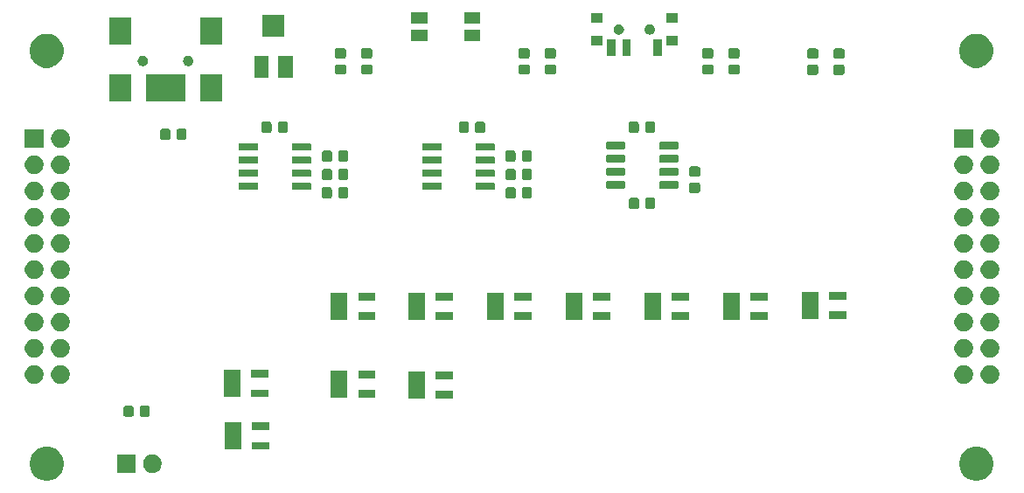
<source format=gbr>
G04 #@! TF.GenerationSoftware,KiCad,Pcbnew,(5.1.5)-3*
G04 #@! TF.CreationDate,2021-01-18T17:20:57+00:00*
G04 #@! TF.ProjectId,Little Logic Computer - Power+Timing,4c697474-6c65-4204-9c6f-67696320436f,rev?*
G04 #@! TF.SameCoordinates,Original*
G04 #@! TF.FileFunction,Soldermask,Top*
G04 #@! TF.FilePolarity,Negative*
%FSLAX46Y46*%
G04 Gerber Fmt 4.6, Leading zero omitted, Abs format (unit mm)*
G04 Created by KiCad (PCBNEW (5.1.5)-3) date 2021-01-18 17:20:57*
%MOMM*%
%LPD*%
G04 APERTURE LIST*
%ADD10C,0.100000*%
G04 APERTURE END LIST*
D10*
G36*
X196975256Y-120391298D02*
G01*
X197081579Y-120412447D01*
X197382042Y-120536903D01*
X197652451Y-120717585D01*
X197882415Y-120947549D01*
X198063097Y-121217958D01*
X198187553Y-121518421D01*
X198251000Y-121837391D01*
X198251000Y-122162609D01*
X198187553Y-122481579D01*
X198063097Y-122782042D01*
X197882415Y-123052451D01*
X197652451Y-123282415D01*
X197382042Y-123463097D01*
X197081579Y-123587553D01*
X196975256Y-123608702D01*
X196762611Y-123651000D01*
X196437389Y-123651000D01*
X196224744Y-123608702D01*
X196118421Y-123587553D01*
X195817958Y-123463097D01*
X195547549Y-123282415D01*
X195317585Y-123052451D01*
X195136903Y-122782042D01*
X195012447Y-122481579D01*
X194949000Y-122162609D01*
X194949000Y-121837391D01*
X195012447Y-121518421D01*
X195136903Y-121217958D01*
X195317585Y-120947549D01*
X195547549Y-120717585D01*
X195817958Y-120536903D01*
X196118421Y-120412447D01*
X196224744Y-120391298D01*
X196437389Y-120349000D01*
X196762611Y-120349000D01*
X196975256Y-120391298D01*
G37*
G36*
X106975256Y-120391298D02*
G01*
X107081579Y-120412447D01*
X107382042Y-120536903D01*
X107652451Y-120717585D01*
X107882415Y-120947549D01*
X108063097Y-121217958D01*
X108187553Y-121518421D01*
X108251000Y-121837391D01*
X108251000Y-122162609D01*
X108187553Y-122481579D01*
X108063097Y-122782042D01*
X107882415Y-123052451D01*
X107652451Y-123282415D01*
X107382042Y-123463097D01*
X107081579Y-123587553D01*
X106975256Y-123608702D01*
X106762611Y-123651000D01*
X106437389Y-123651000D01*
X106224744Y-123608702D01*
X106118421Y-123587553D01*
X105817958Y-123463097D01*
X105547549Y-123282415D01*
X105317585Y-123052451D01*
X105136903Y-122782042D01*
X105012447Y-122481579D01*
X104949000Y-122162609D01*
X104949000Y-121837391D01*
X105012447Y-121518421D01*
X105136903Y-121217958D01*
X105317585Y-120947549D01*
X105547549Y-120717585D01*
X105817958Y-120536903D01*
X106118421Y-120412447D01*
X106224744Y-120391298D01*
X106437389Y-120349000D01*
X106762611Y-120349000D01*
X106975256Y-120391298D01*
G37*
G36*
X116953512Y-121099927D02*
G01*
X117102812Y-121129624D01*
X117266784Y-121197544D01*
X117414354Y-121296147D01*
X117539853Y-121421646D01*
X117638456Y-121569216D01*
X117706376Y-121733188D01*
X117741000Y-121907259D01*
X117741000Y-122084741D01*
X117706376Y-122258812D01*
X117638456Y-122422784D01*
X117539853Y-122570354D01*
X117414354Y-122695853D01*
X117266784Y-122794456D01*
X117102812Y-122862376D01*
X116953512Y-122892073D01*
X116928742Y-122897000D01*
X116751258Y-122897000D01*
X116726488Y-122892073D01*
X116577188Y-122862376D01*
X116413216Y-122794456D01*
X116265646Y-122695853D01*
X116140147Y-122570354D01*
X116041544Y-122422784D01*
X115973624Y-122258812D01*
X115939000Y-122084741D01*
X115939000Y-121907259D01*
X115973624Y-121733188D01*
X116041544Y-121569216D01*
X116140147Y-121421646D01*
X116265646Y-121296147D01*
X116413216Y-121197544D01*
X116577188Y-121129624D01*
X116726488Y-121099927D01*
X116751258Y-121095000D01*
X116928742Y-121095000D01*
X116953512Y-121099927D01*
G37*
G36*
X115201000Y-122897000D02*
G01*
X113399000Y-122897000D01*
X113399000Y-121095000D01*
X115201000Y-121095000D01*
X115201000Y-122897000D01*
G37*
G36*
X125469000Y-120640000D02*
G01*
X123807000Y-120640000D01*
X123807000Y-117988000D01*
X125469000Y-117988000D01*
X125469000Y-120640000D01*
G37*
G36*
X128169000Y-120640000D02*
G01*
X126507000Y-120640000D01*
X126507000Y-119888000D01*
X128169000Y-119888000D01*
X128169000Y-120640000D01*
G37*
G36*
X128169000Y-118740000D02*
G01*
X126507000Y-118740000D01*
X126507000Y-117988000D01*
X128169000Y-117988000D01*
X128169000Y-118740000D01*
G37*
G36*
X114870591Y-116394085D02*
G01*
X114904569Y-116404393D01*
X114935890Y-116421134D01*
X114963339Y-116443661D01*
X114985866Y-116471110D01*
X115002607Y-116502431D01*
X115012915Y-116536409D01*
X115017000Y-116577890D01*
X115017000Y-117254110D01*
X115012915Y-117295591D01*
X115002607Y-117329569D01*
X114985866Y-117360890D01*
X114963339Y-117388339D01*
X114935890Y-117410866D01*
X114904569Y-117427607D01*
X114870591Y-117437915D01*
X114829110Y-117442000D01*
X114227890Y-117442000D01*
X114186409Y-117437915D01*
X114152431Y-117427607D01*
X114121110Y-117410866D01*
X114093661Y-117388339D01*
X114071134Y-117360890D01*
X114054393Y-117329569D01*
X114044085Y-117295591D01*
X114040000Y-117254110D01*
X114040000Y-116577890D01*
X114044085Y-116536409D01*
X114054393Y-116502431D01*
X114071134Y-116471110D01*
X114093661Y-116443661D01*
X114121110Y-116421134D01*
X114152431Y-116404393D01*
X114186409Y-116394085D01*
X114227890Y-116390000D01*
X114829110Y-116390000D01*
X114870591Y-116394085D01*
G37*
G36*
X116445591Y-116394085D02*
G01*
X116479569Y-116404393D01*
X116510890Y-116421134D01*
X116538339Y-116443661D01*
X116560866Y-116471110D01*
X116577607Y-116502431D01*
X116587915Y-116536409D01*
X116592000Y-116577890D01*
X116592000Y-117254110D01*
X116587915Y-117295591D01*
X116577607Y-117329569D01*
X116560866Y-117360890D01*
X116538339Y-117388339D01*
X116510890Y-117410866D01*
X116479569Y-117427607D01*
X116445591Y-117437915D01*
X116404110Y-117442000D01*
X115802890Y-117442000D01*
X115761409Y-117437915D01*
X115727431Y-117427607D01*
X115696110Y-117410866D01*
X115668661Y-117388339D01*
X115646134Y-117360890D01*
X115629393Y-117329569D01*
X115619085Y-117295591D01*
X115615000Y-117254110D01*
X115615000Y-116577890D01*
X115619085Y-116536409D01*
X115629393Y-116502431D01*
X115646134Y-116471110D01*
X115668661Y-116443661D01*
X115696110Y-116421134D01*
X115727431Y-116404393D01*
X115761409Y-116394085D01*
X115802890Y-116390000D01*
X116404110Y-116390000D01*
X116445591Y-116394085D01*
G37*
G36*
X145949000Y-115692000D02*
G01*
X144287000Y-115692000D01*
X144287000Y-114940000D01*
X145949000Y-114940000D01*
X145949000Y-115692000D01*
G37*
G36*
X143249000Y-115692000D02*
G01*
X141587000Y-115692000D01*
X141587000Y-113040000D01*
X143249000Y-113040000D01*
X143249000Y-115692000D01*
G37*
G36*
X138423000Y-115626000D02*
G01*
X136761000Y-115626000D01*
X136761000Y-114874000D01*
X138423000Y-114874000D01*
X138423000Y-115626000D01*
G37*
G36*
X135723000Y-115626000D02*
G01*
X134061000Y-115626000D01*
X134061000Y-112974000D01*
X135723000Y-112974000D01*
X135723000Y-115626000D01*
G37*
G36*
X128089000Y-115560000D02*
G01*
X126427000Y-115560000D01*
X126427000Y-114808000D01*
X128089000Y-114808000D01*
X128089000Y-115560000D01*
G37*
G36*
X125389000Y-115560000D02*
G01*
X123727000Y-115560000D01*
X123727000Y-112908000D01*
X125389000Y-112908000D01*
X125389000Y-115560000D01*
G37*
G36*
X105513512Y-112463927D02*
G01*
X105662812Y-112493624D01*
X105826784Y-112561544D01*
X105974354Y-112660147D01*
X106099853Y-112785646D01*
X106198456Y-112933216D01*
X106266376Y-113097188D01*
X106301000Y-113271259D01*
X106301000Y-113448741D01*
X106266376Y-113622812D01*
X106198456Y-113786784D01*
X106099853Y-113934354D01*
X105974354Y-114059853D01*
X105826784Y-114158456D01*
X105662812Y-114226376D01*
X105513512Y-114256073D01*
X105488742Y-114261000D01*
X105311258Y-114261000D01*
X105286488Y-114256073D01*
X105137188Y-114226376D01*
X104973216Y-114158456D01*
X104825646Y-114059853D01*
X104700147Y-113934354D01*
X104601544Y-113786784D01*
X104533624Y-113622812D01*
X104499000Y-113448741D01*
X104499000Y-113271259D01*
X104533624Y-113097188D01*
X104601544Y-112933216D01*
X104700147Y-112785646D01*
X104825646Y-112660147D01*
X104973216Y-112561544D01*
X105137188Y-112493624D01*
X105286488Y-112463927D01*
X105311258Y-112459000D01*
X105488742Y-112459000D01*
X105513512Y-112463927D01*
G37*
G36*
X108053512Y-112463927D02*
G01*
X108202812Y-112493624D01*
X108366784Y-112561544D01*
X108514354Y-112660147D01*
X108639853Y-112785646D01*
X108738456Y-112933216D01*
X108806376Y-113097188D01*
X108841000Y-113271259D01*
X108841000Y-113448741D01*
X108806376Y-113622812D01*
X108738456Y-113786784D01*
X108639853Y-113934354D01*
X108514354Y-114059853D01*
X108366784Y-114158456D01*
X108202812Y-114226376D01*
X108053512Y-114256073D01*
X108028742Y-114261000D01*
X107851258Y-114261000D01*
X107826488Y-114256073D01*
X107677188Y-114226376D01*
X107513216Y-114158456D01*
X107365646Y-114059853D01*
X107240147Y-113934354D01*
X107141544Y-113786784D01*
X107073624Y-113622812D01*
X107039000Y-113448741D01*
X107039000Y-113271259D01*
X107073624Y-113097188D01*
X107141544Y-112933216D01*
X107240147Y-112785646D01*
X107365646Y-112660147D01*
X107513216Y-112561544D01*
X107677188Y-112493624D01*
X107826488Y-112463927D01*
X107851258Y-112459000D01*
X108028742Y-112459000D01*
X108053512Y-112463927D01*
G37*
G36*
X195513512Y-112463927D02*
G01*
X195662812Y-112493624D01*
X195826784Y-112561544D01*
X195974354Y-112660147D01*
X196099853Y-112785646D01*
X196198456Y-112933216D01*
X196266376Y-113097188D01*
X196301000Y-113271259D01*
X196301000Y-113448741D01*
X196266376Y-113622812D01*
X196198456Y-113786784D01*
X196099853Y-113934354D01*
X195974354Y-114059853D01*
X195826784Y-114158456D01*
X195662812Y-114226376D01*
X195513512Y-114256073D01*
X195488742Y-114261000D01*
X195311258Y-114261000D01*
X195286488Y-114256073D01*
X195137188Y-114226376D01*
X194973216Y-114158456D01*
X194825646Y-114059853D01*
X194700147Y-113934354D01*
X194601544Y-113786784D01*
X194533624Y-113622812D01*
X194499000Y-113448741D01*
X194499000Y-113271259D01*
X194533624Y-113097188D01*
X194601544Y-112933216D01*
X194700147Y-112785646D01*
X194825646Y-112660147D01*
X194973216Y-112561544D01*
X195137188Y-112493624D01*
X195286488Y-112463927D01*
X195311258Y-112459000D01*
X195488742Y-112459000D01*
X195513512Y-112463927D01*
G37*
G36*
X198053512Y-112463927D02*
G01*
X198202812Y-112493624D01*
X198366784Y-112561544D01*
X198514354Y-112660147D01*
X198639853Y-112785646D01*
X198738456Y-112933216D01*
X198806376Y-113097188D01*
X198841000Y-113271259D01*
X198841000Y-113448741D01*
X198806376Y-113622812D01*
X198738456Y-113786784D01*
X198639853Y-113934354D01*
X198514354Y-114059853D01*
X198366784Y-114158456D01*
X198202812Y-114226376D01*
X198053512Y-114256073D01*
X198028742Y-114261000D01*
X197851258Y-114261000D01*
X197826488Y-114256073D01*
X197677188Y-114226376D01*
X197513216Y-114158456D01*
X197365646Y-114059853D01*
X197240147Y-113934354D01*
X197141544Y-113786784D01*
X197073624Y-113622812D01*
X197039000Y-113448741D01*
X197039000Y-113271259D01*
X197073624Y-113097188D01*
X197141544Y-112933216D01*
X197240147Y-112785646D01*
X197365646Y-112660147D01*
X197513216Y-112561544D01*
X197677188Y-112493624D01*
X197826488Y-112463927D01*
X197851258Y-112459000D01*
X198028742Y-112459000D01*
X198053512Y-112463927D01*
G37*
G36*
X145949000Y-113792000D02*
G01*
X144287000Y-113792000D01*
X144287000Y-113040000D01*
X145949000Y-113040000D01*
X145949000Y-113792000D01*
G37*
G36*
X138423000Y-113726000D02*
G01*
X136761000Y-113726000D01*
X136761000Y-112974000D01*
X138423000Y-112974000D01*
X138423000Y-113726000D01*
G37*
G36*
X128089000Y-113660000D02*
G01*
X126427000Y-113660000D01*
X126427000Y-112908000D01*
X128089000Y-112908000D01*
X128089000Y-113660000D01*
G37*
G36*
X105513512Y-109923927D02*
G01*
X105662812Y-109953624D01*
X105826784Y-110021544D01*
X105974354Y-110120147D01*
X106099853Y-110245646D01*
X106198456Y-110393216D01*
X106266376Y-110557188D01*
X106301000Y-110731259D01*
X106301000Y-110908741D01*
X106266376Y-111082812D01*
X106198456Y-111246784D01*
X106099853Y-111394354D01*
X105974354Y-111519853D01*
X105826784Y-111618456D01*
X105662812Y-111686376D01*
X105513512Y-111716073D01*
X105488742Y-111721000D01*
X105311258Y-111721000D01*
X105286488Y-111716073D01*
X105137188Y-111686376D01*
X104973216Y-111618456D01*
X104825646Y-111519853D01*
X104700147Y-111394354D01*
X104601544Y-111246784D01*
X104533624Y-111082812D01*
X104499000Y-110908741D01*
X104499000Y-110731259D01*
X104533624Y-110557188D01*
X104601544Y-110393216D01*
X104700147Y-110245646D01*
X104825646Y-110120147D01*
X104973216Y-110021544D01*
X105137188Y-109953624D01*
X105286488Y-109923927D01*
X105311258Y-109919000D01*
X105488742Y-109919000D01*
X105513512Y-109923927D01*
G37*
G36*
X195513512Y-109923927D02*
G01*
X195662812Y-109953624D01*
X195826784Y-110021544D01*
X195974354Y-110120147D01*
X196099853Y-110245646D01*
X196198456Y-110393216D01*
X196266376Y-110557188D01*
X196301000Y-110731259D01*
X196301000Y-110908741D01*
X196266376Y-111082812D01*
X196198456Y-111246784D01*
X196099853Y-111394354D01*
X195974354Y-111519853D01*
X195826784Y-111618456D01*
X195662812Y-111686376D01*
X195513512Y-111716073D01*
X195488742Y-111721000D01*
X195311258Y-111721000D01*
X195286488Y-111716073D01*
X195137188Y-111686376D01*
X194973216Y-111618456D01*
X194825646Y-111519853D01*
X194700147Y-111394354D01*
X194601544Y-111246784D01*
X194533624Y-111082812D01*
X194499000Y-110908741D01*
X194499000Y-110731259D01*
X194533624Y-110557188D01*
X194601544Y-110393216D01*
X194700147Y-110245646D01*
X194825646Y-110120147D01*
X194973216Y-110021544D01*
X195137188Y-109953624D01*
X195286488Y-109923927D01*
X195311258Y-109919000D01*
X195488742Y-109919000D01*
X195513512Y-109923927D01*
G37*
G36*
X108053512Y-109923927D02*
G01*
X108202812Y-109953624D01*
X108366784Y-110021544D01*
X108514354Y-110120147D01*
X108639853Y-110245646D01*
X108738456Y-110393216D01*
X108806376Y-110557188D01*
X108841000Y-110731259D01*
X108841000Y-110908741D01*
X108806376Y-111082812D01*
X108738456Y-111246784D01*
X108639853Y-111394354D01*
X108514354Y-111519853D01*
X108366784Y-111618456D01*
X108202812Y-111686376D01*
X108053512Y-111716073D01*
X108028742Y-111721000D01*
X107851258Y-111721000D01*
X107826488Y-111716073D01*
X107677188Y-111686376D01*
X107513216Y-111618456D01*
X107365646Y-111519853D01*
X107240147Y-111394354D01*
X107141544Y-111246784D01*
X107073624Y-111082812D01*
X107039000Y-110908741D01*
X107039000Y-110731259D01*
X107073624Y-110557188D01*
X107141544Y-110393216D01*
X107240147Y-110245646D01*
X107365646Y-110120147D01*
X107513216Y-110021544D01*
X107677188Y-109953624D01*
X107826488Y-109923927D01*
X107851258Y-109919000D01*
X108028742Y-109919000D01*
X108053512Y-109923927D01*
G37*
G36*
X198053512Y-109923927D02*
G01*
X198202812Y-109953624D01*
X198366784Y-110021544D01*
X198514354Y-110120147D01*
X198639853Y-110245646D01*
X198738456Y-110393216D01*
X198806376Y-110557188D01*
X198841000Y-110731259D01*
X198841000Y-110908741D01*
X198806376Y-111082812D01*
X198738456Y-111246784D01*
X198639853Y-111394354D01*
X198514354Y-111519853D01*
X198366784Y-111618456D01*
X198202812Y-111686376D01*
X198053512Y-111716073D01*
X198028742Y-111721000D01*
X197851258Y-111721000D01*
X197826488Y-111716073D01*
X197677188Y-111686376D01*
X197513216Y-111618456D01*
X197365646Y-111519853D01*
X197240147Y-111394354D01*
X197141544Y-111246784D01*
X197073624Y-111082812D01*
X197039000Y-110908741D01*
X197039000Y-110731259D01*
X197073624Y-110557188D01*
X197141544Y-110393216D01*
X197240147Y-110245646D01*
X197365646Y-110120147D01*
X197513216Y-110021544D01*
X197677188Y-109953624D01*
X197826488Y-109923927D01*
X197851258Y-109919000D01*
X198028742Y-109919000D01*
X198053512Y-109923927D01*
G37*
G36*
X108053512Y-107383927D02*
G01*
X108202812Y-107413624D01*
X108366784Y-107481544D01*
X108514354Y-107580147D01*
X108639853Y-107705646D01*
X108738456Y-107853216D01*
X108806376Y-108017188D01*
X108841000Y-108191259D01*
X108841000Y-108368741D01*
X108806376Y-108542812D01*
X108738456Y-108706784D01*
X108639853Y-108854354D01*
X108514354Y-108979853D01*
X108366784Y-109078456D01*
X108202812Y-109146376D01*
X108053512Y-109176073D01*
X108028742Y-109181000D01*
X107851258Y-109181000D01*
X107826488Y-109176073D01*
X107677188Y-109146376D01*
X107513216Y-109078456D01*
X107365646Y-108979853D01*
X107240147Y-108854354D01*
X107141544Y-108706784D01*
X107073624Y-108542812D01*
X107039000Y-108368741D01*
X107039000Y-108191259D01*
X107073624Y-108017188D01*
X107141544Y-107853216D01*
X107240147Y-107705646D01*
X107365646Y-107580147D01*
X107513216Y-107481544D01*
X107677188Y-107413624D01*
X107826488Y-107383927D01*
X107851258Y-107379000D01*
X108028742Y-107379000D01*
X108053512Y-107383927D01*
G37*
G36*
X105513512Y-107383927D02*
G01*
X105662812Y-107413624D01*
X105826784Y-107481544D01*
X105974354Y-107580147D01*
X106099853Y-107705646D01*
X106198456Y-107853216D01*
X106266376Y-108017188D01*
X106301000Y-108191259D01*
X106301000Y-108368741D01*
X106266376Y-108542812D01*
X106198456Y-108706784D01*
X106099853Y-108854354D01*
X105974354Y-108979853D01*
X105826784Y-109078456D01*
X105662812Y-109146376D01*
X105513512Y-109176073D01*
X105488742Y-109181000D01*
X105311258Y-109181000D01*
X105286488Y-109176073D01*
X105137188Y-109146376D01*
X104973216Y-109078456D01*
X104825646Y-108979853D01*
X104700147Y-108854354D01*
X104601544Y-108706784D01*
X104533624Y-108542812D01*
X104499000Y-108368741D01*
X104499000Y-108191259D01*
X104533624Y-108017188D01*
X104601544Y-107853216D01*
X104700147Y-107705646D01*
X104825646Y-107580147D01*
X104973216Y-107481544D01*
X105137188Y-107413624D01*
X105286488Y-107383927D01*
X105311258Y-107379000D01*
X105488742Y-107379000D01*
X105513512Y-107383927D01*
G37*
G36*
X198053512Y-107383927D02*
G01*
X198202812Y-107413624D01*
X198366784Y-107481544D01*
X198514354Y-107580147D01*
X198639853Y-107705646D01*
X198738456Y-107853216D01*
X198806376Y-108017188D01*
X198841000Y-108191259D01*
X198841000Y-108368741D01*
X198806376Y-108542812D01*
X198738456Y-108706784D01*
X198639853Y-108854354D01*
X198514354Y-108979853D01*
X198366784Y-109078456D01*
X198202812Y-109146376D01*
X198053512Y-109176073D01*
X198028742Y-109181000D01*
X197851258Y-109181000D01*
X197826488Y-109176073D01*
X197677188Y-109146376D01*
X197513216Y-109078456D01*
X197365646Y-108979853D01*
X197240147Y-108854354D01*
X197141544Y-108706784D01*
X197073624Y-108542812D01*
X197039000Y-108368741D01*
X197039000Y-108191259D01*
X197073624Y-108017188D01*
X197141544Y-107853216D01*
X197240147Y-107705646D01*
X197365646Y-107580147D01*
X197513216Y-107481544D01*
X197677188Y-107413624D01*
X197826488Y-107383927D01*
X197851258Y-107379000D01*
X198028742Y-107379000D01*
X198053512Y-107383927D01*
G37*
G36*
X195513512Y-107383927D02*
G01*
X195662812Y-107413624D01*
X195826784Y-107481544D01*
X195974354Y-107580147D01*
X196099853Y-107705646D01*
X196198456Y-107853216D01*
X196266376Y-108017188D01*
X196301000Y-108191259D01*
X196301000Y-108368741D01*
X196266376Y-108542812D01*
X196198456Y-108706784D01*
X196099853Y-108854354D01*
X195974354Y-108979853D01*
X195826784Y-109078456D01*
X195662812Y-109146376D01*
X195513512Y-109176073D01*
X195488742Y-109181000D01*
X195311258Y-109181000D01*
X195286488Y-109176073D01*
X195137188Y-109146376D01*
X194973216Y-109078456D01*
X194825646Y-108979853D01*
X194700147Y-108854354D01*
X194601544Y-108706784D01*
X194533624Y-108542812D01*
X194499000Y-108368741D01*
X194499000Y-108191259D01*
X194533624Y-108017188D01*
X194601544Y-107853216D01*
X194700147Y-107705646D01*
X194825646Y-107580147D01*
X194973216Y-107481544D01*
X195137188Y-107413624D01*
X195286488Y-107383927D01*
X195311258Y-107379000D01*
X195488742Y-107379000D01*
X195513512Y-107383927D01*
G37*
G36*
X135723000Y-108072000D02*
G01*
X134061000Y-108072000D01*
X134061000Y-105420000D01*
X135723000Y-105420000D01*
X135723000Y-108072000D01*
G37*
G36*
X138423000Y-108072000D02*
G01*
X136761000Y-108072000D01*
X136761000Y-107320000D01*
X138423000Y-107320000D01*
X138423000Y-108072000D01*
G37*
G36*
X173729000Y-108072000D02*
G01*
X172067000Y-108072000D01*
X172067000Y-105420000D01*
X173729000Y-105420000D01*
X173729000Y-108072000D01*
G37*
G36*
X161189000Y-108072000D02*
G01*
X159527000Y-108072000D01*
X159527000Y-107320000D01*
X161189000Y-107320000D01*
X161189000Y-108072000D01*
G37*
G36*
X158489000Y-108072000D02*
G01*
X156827000Y-108072000D01*
X156827000Y-105420000D01*
X158489000Y-105420000D01*
X158489000Y-108072000D01*
G37*
G36*
X168809000Y-108072000D02*
G01*
X167147000Y-108072000D01*
X167147000Y-107320000D01*
X168809000Y-107320000D01*
X168809000Y-108072000D01*
G37*
G36*
X166109000Y-108072000D02*
G01*
X164447000Y-108072000D01*
X164447000Y-105420000D01*
X166109000Y-105420000D01*
X166109000Y-108072000D01*
G37*
G36*
X153569000Y-108072000D02*
G01*
X151907000Y-108072000D01*
X151907000Y-107320000D01*
X153569000Y-107320000D01*
X153569000Y-108072000D01*
G37*
G36*
X150869000Y-108072000D02*
G01*
X149207000Y-108072000D01*
X149207000Y-105420000D01*
X150869000Y-105420000D01*
X150869000Y-108072000D01*
G37*
G36*
X145949000Y-108072000D02*
G01*
X144287000Y-108072000D01*
X144287000Y-107320000D01*
X145949000Y-107320000D01*
X145949000Y-108072000D01*
G37*
G36*
X143249000Y-108072000D02*
G01*
X141587000Y-108072000D01*
X141587000Y-105420000D01*
X143249000Y-105420000D01*
X143249000Y-108072000D01*
G37*
G36*
X176429000Y-108072000D02*
G01*
X174767000Y-108072000D01*
X174767000Y-107320000D01*
X176429000Y-107320000D01*
X176429000Y-108072000D01*
G37*
G36*
X181349000Y-108006000D02*
G01*
X179687000Y-108006000D01*
X179687000Y-105354000D01*
X181349000Y-105354000D01*
X181349000Y-108006000D01*
G37*
G36*
X184049000Y-108006000D02*
G01*
X182387000Y-108006000D01*
X182387000Y-107254000D01*
X184049000Y-107254000D01*
X184049000Y-108006000D01*
G37*
G36*
X108053512Y-104843927D02*
G01*
X108202812Y-104873624D01*
X108366784Y-104941544D01*
X108514354Y-105040147D01*
X108639853Y-105165646D01*
X108738456Y-105313216D01*
X108806376Y-105477188D01*
X108841000Y-105651259D01*
X108841000Y-105828741D01*
X108806376Y-106002812D01*
X108738456Y-106166784D01*
X108639853Y-106314354D01*
X108514354Y-106439853D01*
X108366784Y-106538456D01*
X108202812Y-106606376D01*
X108053512Y-106636073D01*
X108028742Y-106641000D01*
X107851258Y-106641000D01*
X107826488Y-106636073D01*
X107677188Y-106606376D01*
X107513216Y-106538456D01*
X107365646Y-106439853D01*
X107240147Y-106314354D01*
X107141544Y-106166784D01*
X107073624Y-106002812D01*
X107039000Y-105828741D01*
X107039000Y-105651259D01*
X107073624Y-105477188D01*
X107141544Y-105313216D01*
X107240147Y-105165646D01*
X107365646Y-105040147D01*
X107513216Y-104941544D01*
X107677188Y-104873624D01*
X107826488Y-104843927D01*
X107851258Y-104839000D01*
X108028742Y-104839000D01*
X108053512Y-104843927D01*
G37*
G36*
X105513512Y-104843927D02*
G01*
X105662812Y-104873624D01*
X105826784Y-104941544D01*
X105974354Y-105040147D01*
X106099853Y-105165646D01*
X106198456Y-105313216D01*
X106266376Y-105477188D01*
X106301000Y-105651259D01*
X106301000Y-105828741D01*
X106266376Y-106002812D01*
X106198456Y-106166784D01*
X106099853Y-106314354D01*
X105974354Y-106439853D01*
X105826784Y-106538456D01*
X105662812Y-106606376D01*
X105513512Y-106636073D01*
X105488742Y-106641000D01*
X105311258Y-106641000D01*
X105286488Y-106636073D01*
X105137188Y-106606376D01*
X104973216Y-106538456D01*
X104825646Y-106439853D01*
X104700147Y-106314354D01*
X104601544Y-106166784D01*
X104533624Y-106002812D01*
X104499000Y-105828741D01*
X104499000Y-105651259D01*
X104533624Y-105477188D01*
X104601544Y-105313216D01*
X104700147Y-105165646D01*
X104825646Y-105040147D01*
X104973216Y-104941544D01*
X105137188Y-104873624D01*
X105286488Y-104843927D01*
X105311258Y-104839000D01*
X105488742Y-104839000D01*
X105513512Y-104843927D01*
G37*
G36*
X195513512Y-104843927D02*
G01*
X195662812Y-104873624D01*
X195826784Y-104941544D01*
X195974354Y-105040147D01*
X196099853Y-105165646D01*
X196198456Y-105313216D01*
X196266376Y-105477188D01*
X196301000Y-105651259D01*
X196301000Y-105828741D01*
X196266376Y-106002812D01*
X196198456Y-106166784D01*
X196099853Y-106314354D01*
X195974354Y-106439853D01*
X195826784Y-106538456D01*
X195662812Y-106606376D01*
X195513512Y-106636073D01*
X195488742Y-106641000D01*
X195311258Y-106641000D01*
X195286488Y-106636073D01*
X195137188Y-106606376D01*
X194973216Y-106538456D01*
X194825646Y-106439853D01*
X194700147Y-106314354D01*
X194601544Y-106166784D01*
X194533624Y-106002812D01*
X194499000Y-105828741D01*
X194499000Y-105651259D01*
X194533624Y-105477188D01*
X194601544Y-105313216D01*
X194700147Y-105165646D01*
X194825646Y-105040147D01*
X194973216Y-104941544D01*
X195137188Y-104873624D01*
X195286488Y-104843927D01*
X195311258Y-104839000D01*
X195488742Y-104839000D01*
X195513512Y-104843927D01*
G37*
G36*
X198053512Y-104843927D02*
G01*
X198202812Y-104873624D01*
X198366784Y-104941544D01*
X198514354Y-105040147D01*
X198639853Y-105165646D01*
X198738456Y-105313216D01*
X198806376Y-105477188D01*
X198841000Y-105651259D01*
X198841000Y-105828741D01*
X198806376Y-106002812D01*
X198738456Y-106166784D01*
X198639853Y-106314354D01*
X198514354Y-106439853D01*
X198366784Y-106538456D01*
X198202812Y-106606376D01*
X198053512Y-106636073D01*
X198028742Y-106641000D01*
X197851258Y-106641000D01*
X197826488Y-106636073D01*
X197677188Y-106606376D01*
X197513216Y-106538456D01*
X197365646Y-106439853D01*
X197240147Y-106314354D01*
X197141544Y-106166784D01*
X197073624Y-106002812D01*
X197039000Y-105828741D01*
X197039000Y-105651259D01*
X197073624Y-105477188D01*
X197141544Y-105313216D01*
X197240147Y-105165646D01*
X197365646Y-105040147D01*
X197513216Y-104941544D01*
X197677188Y-104873624D01*
X197826488Y-104843927D01*
X197851258Y-104839000D01*
X198028742Y-104839000D01*
X198053512Y-104843927D01*
G37*
G36*
X145949000Y-106172000D02*
G01*
X144287000Y-106172000D01*
X144287000Y-105420000D01*
X145949000Y-105420000D01*
X145949000Y-106172000D01*
G37*
G36*
X168809000Y-106172000D02*
G01*
X167147000Y-106172000D01*
X167147000Y-105420000D01*
X168809000Y-105420000D01*
X168809000Y-106172000D01*
G37*
G36*
X138423000Y-106172000D02*
G01*
X136761000Y-106172000D01*
X136761000Y-105420000D01*
X138423000Y-105420000D01*
X138423000Y-106172000D01*
G37*
G36*
X161189000Y-106172000D02*
G01*
X159527000Y-106172000D01*
X159527000Y-105420000D01*
X161189000Y-105420000D01*
X161189000Y-106172000D01*
G37*
G36*
X176429000Y-106172000D02*
G01*
X174767000Y-106172000D01*
X174767000Y-105420000D01*
X176429000Y-105420000D01*
X176429000Y-106172000D01*
G37*
G36*
X153569000Y-106172000D02*
G01*
X151907000Y-106172000D01*
X151907000Y-105420000D01*
X153569000Y-105420000D01*
X153569000Y-106172000D01*
G37*
G36*
X184049000Y-106106000D02*
G01*
X182387000Y-106106000D01*
X182387000Y-105354000D01*
X184049000Y-105354000D01*
X184049000Y-106106000D01*
G37*
G36*
X195513512Y-102303927D02*
G01*
X195662812Y-102333624D01*
X195826784Y-102401544D01*
X195974354Y-102500147D01*
X196099853Y-102625646D01*
X196198456Y-102773216D01*
X196266376Y-102937188D01*
X196301000Y-103111259D01*
X196301000Y-103288741D01*
X196266376Y-103462812D01*
X196198456Y-103626784D01*
X196099853Y-103774354D01*
X195974354Y-103899853D01*
X195826784Y-103998456D01*
X195662812Y-104066376D01*
X195513512Y-104096073D01*
X195488742Y-104101000D01*
X195311258Y-104101000D01*
X195286488Y-104096073D01*
X195137188Y-104066376D01*
X194973216Y-103998456D01*
X194825646Y-103899853D01*
X194700147Y-103774354D01*
X194601544Y-103626784D01*
X194533624Y-103462812D01*
X194499000Y-103288741D01*
X194499000Y-103111259D01*
X194533624Y-102937188D01*
X194601544Y-102773216D01*
X194700147Y-102625646D01*
X194825646Y-102500147D01*
X194973216Y-102401544D01*
X195137188Y-102333624D01*
X195286488Y-102303927D01*
X195311258Y-102299000D01*
X195488742Y-102299000D01*
X195513512Y-102303927D01*
G37*
G36*
X198053512Y-102303927D02*
G01*
X198202812Y-102333624D01*
X198366784Y-102401544D01*
X198514354Y-102500147D01*
X198639853Y-102625646D01*
X198738456Y-102773216D01*
X198806376Y-102937188D01*
X198841000Y-103111259D01*
X198841000Y-103288741D01*
X198806376Y-103462812D01*
X198738456Y-103626784D01*
X198639853Y-103774354D01*
X198514354Y-103899853D01*
X198366784Y-103998456D01*
X198202812Y-104066376D01*
X198053512Y-104096073D01*
X198028742Y-104101000D01*
X197851258Y-104101000D01*
X197826488Y-104096073D01*
X197677188Y-104066376D01*
X197513216Y-103998456D01*
X197365646Y-103899853D01*
X197240147Y-103774354D01*
X197141544Y-103626784D01*
X197073624Y-103462812D01*
X197039000Y-103288741D01*
X197039000Y-103111259D01*
X197073624Y-102937188D01*
X197141544Y-102773216D01*
X197240147Y-102625646D01*
X197365646Y-102500147D01*
X197513216Y-102401544D01*
X197677188Y-102333624D01*
X197826488Y-102303927D01*
X197851258Y-102299000D01*
X198028742Y-102299000D01*
X198053512Y-102303927D01*
G37*
G36*
X108053512Y-102303927D02*
G01*
X108202812Y-102333624D01*
X108366784Y-102401544D01*
X108514354Y-102500147D01*
X108639853Y-102625646D01*
X108738456Y-102773216D01*
X108806376Y-102937188D01*
X108841000Y-103111259D01*
X108841000Y-103288741D01*
X108806376Y-103462812D01*
X108738456Y-103626784D01*
X108639853Y-103774354D01*
X108514354Y-103899853D01*
X108366784Y-103998456D01*
X108202812Y-104066376D01*
X108053512Y-104096073D01*
X108028742Y-104101000D01*
X107851258Y-104101000D01*
X107826488Y-104096073D01*
X107677188Y-104066376D01*
X107513216Y-103998456D01*
X107365646Y-103899853D01*
X107240147Y-103774354D01*
X107141544Y-103626784D01*
X107073624Y-103462812D01*
X107039000Y-103288741D01*
X107039000Y-103111259D01*
X107073624Y-102937188D01*
X107141544Y-102773216D01*
X107240147Y-102625646D01*
X107365646Y-102500147D01*
X107513216Y-102401544D01*
X107677188Y-102333624D01*
X107826488Y-102303927D01*
X107851258Y-102299000D01*
X108028742Y-102299000D01*
X108053512Y-102303927D01*
G37*
G36*
X105513512Y-102303927D02*
G01*
X105662812Y-102333624D01*
X105826784Y-102401544D01*
X105974354Y-102500147D01*
X106099853Y-102625646D01*
X106198456Y-102773216D01*
X106266376Y-102937188D01*
X106301000Y-103111259D01*
X106301000Y-103288741D01*
X106266376Y-103462812D01*
X106198456Y-103626784D01*
X106099853Y-103774354D01*
X105974354Y-103899853D01*
X105826784Y-103998456D01*
X105662812Y-104066376D01*
X105513512Y-104096073D01*
X105488742Y-104101000D01*
X105311258Y-104101000D01*
X105286488Y-104096073D01*
X105137188Y-104066376D01*
X104973216Y-103998456D01*
X104825646Y-103899853D01*
X104700147Y-103774354D01*
X104601544Y-103626784D01*
X104533624Y-103462812D01*
X104499000Y-103288741D01*
X104499000Y-103111259D01*
X104533624Y-102937188D01*
X104601544Y-102773216D01*
X104700147Y-102625646D01*
X104825646Y-102500147D01*
X104973216Y-102401544D01*
X105137188Y-102333624D01*
X105286488Y-102303927D01*
X105311258Y-102299000D01*
X105488742Y-102299000D01*
X105513512Y-102303927D01*
G37*
G36*
X195513512Y-99763927D02*
G01*
X195662812Y-99793624D01*
X195826784Y-99861544D01*
X195974354Y-99960147D01*
X196099853Y-100085646D01*
X196198456Y-100233216D01*
X196266376Y-100397188D01*
X196301000Y-100571259D01*
X196301000Y-100748741D01*
X196266376Y-100922812D01*
X196198456Y-101086784D01*
X196099853Y-101234354D01*
X195974354Y-101359853D01*
X195826784Y-101458456D01*
X195662812Y-101526376D01*
X195513512Y-101556073D01*
X195488742Y-101561000D01*
X195311258Y-101561000D01*
X195286488Y-101556073D01*
X195137188Y-101526376D01*
X194973216Y-101458456D01*
X194825646Y-101359853D01*
X194700147Y-101234354D01*
X194601544Y-101086784D01*
X194533624Y-100922812D01*
X194499000Y-100748741D01*
X194499000Y-100571259D01*
X194533624Y-100397188D01*
X194601544Y-100233216D01*
X194700147Y-100085646D01*
X194825646Y-99960147D01*
X194973216Y-99861544D01*
X195137188Y-99793624D01*
X195286488Y-99763927D01*
X195311258Y-99759000D01*
X195488742Y-99759000D01*
X195513512Y-99763927D01*
G37*
G36*
X108053512Y-99763927D02*
G01*
X108202812Y-99793624D01*
X108366784Y-99861544D01*
X108514354Y-99960147D01*
X108639853Y-100085646D01*
X108738456Y-100233216D01*
X108806376Y-100397188D01*
X108841000Y-100571259D01*
X108841000Y-100748741D01*
X108806376Y-100922812D01*
X108738456Y-101086784D01*
X108639853Y-101234354D01*
X108514354Y-101359853D01*
X108366784Y-101458456D01*
X108202812Y-101526376D01*
X108053512Y-101556073D01*
X108028742Y-101561000D01*
X107851258Y-101561000D01*
X107826488Y-101556073D01*
X107677188Y-101526376D01*
X107513216Y-101458456D01*
X107365646Y-101359853D01*
X107240147Y-101234354D01*
X107141544Y-101086784D01*
X107073624Y-100922812D01*
X107039000Y-100748741D01*
X107039000Y-100571259D01*
X107073624Y-100397188D01*
X107141544Y-100233216D01*
X107240147Y-100085646D01*
X107365646Y-99960147D01*
X107513216Y-99861544D01*
X107677188Y-99793624D01*
X107826488Y-99763927D01*
X107851258Y-99759000D01*
X108028742Y-99759000D01*
X108053512Y-99763927D01*
G37*
G36*
X105513512Y-99763927D02*
G01*
X105662812Y-99793624D01*
X105826784Y-99861544D01*
X105974354Y-99960147D01*
X106099853Y-100085646D01*
X106198456Y-100233216D01*
X106266376Y-100397188D01*
X106301000Y-100571259D01*
X106301000Y-100748741D01*
X106266376Y-100922812D01*
X106198456Y-101086784D01*
X106099853Y-101234354D01*
X105974354Y-101359853D01*
X105826784Y-101458456D01*
X105662812Y-101526376D01*
X105513512Y-101556073D01*
X105488742Y-101561000D01*
X105311258Y-101561000D01*
X105286488Y-101556073D01*
X105137188Y-101526376D01*
X104973216Y-101458456D01*
X104825646Y-101359853D01*
X104700147Y-101234354D01*
X104601544Y-101086784D01*
X104533624Y-100922812D01*
X104499000Y-100748741D01*
X104499000Y-100571259D01*
X104533624Y-100397188D01*
X104601544Y-100233216D01*
X104700147Y-100085646D01*
X104825646Y-99960147D01*
X104973216Y-99861544D01*
X105137188Y-99793624D01*
X105286488Y-99763927D01*
X105311258Y-99759000D01*
X105488742Y-99759000D01*
X105513512Y-99763927D01*
G37*
G36*
X198053512Y-99763927D02*
G01*
X198202812Y-99793624D01*
X198366784Y-99861544D01*
X198514354Y-99960147D01*
X198639853Y-100085646D01*
X198738456Y-100233216D01*
X198806376Y-100397188D01*
X198841000Y-100571259D01*
X198841000Y-100748741D01*
X198806376Y-100922812D01*
X198738456Y-101086784D01*
X198639853Y-101234354D01*
X198514354Y-101359853D01*
X198366784Y-101458456D01*
X198202812Y-101526376D01*
X198053512Y-101556073D01*
X198028742Y-101561000D01*
X197851258Y-101561000D01*
X197826488Y-101556073D01*
X197677188Y-101526376D01*
X197513216Y-101458456D01*
X197365646Y-101359853D01*
X197240147Y-101234354D01*
X197141544Y-101086784D01*
X197073624Y-100922812D01*
X197039000Y-100748741D01*
X197039000Y-100571259D01*
X197073624Y-100397188D01*
X197141544Y-100233216D01*
X197240147Y-100085646D01*
X197365646Y-99960147D01*
X197513216Y-99861544D01*
X197677188Y-99793624D01*
X197826488Y-99763927D01*
X197851258Y-99759000D01*
X198028742Y-99759000D01*
X198053512Y-99763927D01*
G37*
G36*
X105513512Y-97223927D02*
G01*
X105662812Y-97253624D01*
X105826784Y-97321544D01*
X105974354Y-97420147D01*
X106099853Y-97545646D01*
X106198456Y-97693216D01*
X106266376Y-97857188D01*
X106301000Y-98031259D01*
X106301000Y-98208741D01*
X106266376Y-98382812D01*
X106198456Y-98546784D01*
X106099853Y-98694354D01*
X105974354Y-98819853D01*
X105826784Y-98918456D01*
X105662812Y-98986376D01*
X105513512Y-99016073D01*
X105488742Y-99021000D01*
X105311258Y-99021000D01*
X105286488Y-99016073D01*
X105137188Y-98986376D01*
X104973216Y-98918456D01*
X104825646Y-98819853D01*
X104700147Y-98694354D01*
X104601544Y-98546784D01*
X104533624Y-98382812D01*
X104499000Y-98208741D01*
X104499000Y-98031259D01*
X104533624Y-97857188D01*
X104601544Y-97693216D01*
X104700147Y-97545646D01*
X104825646Y-97420147D01*
X104973216Y-97321544D01*
X105137188Y-97253624D01*
X105286488Y-97223927D01*
X105311258Y-97219000D01*
X105488742Y-97219000D01*
X105513512Y-97223927D01*
G37*
G36*
X198053512Y-97223927D02*
G01*
X198202812Y-97253624D01*
X198366784Y-97321544D01*
X198514354Y-97420147D01*
X198639853Y-97545646D01*
X198738456Y-97693216D01*
X198806376Y-97857188D01*
X198841000Y-98031259D01*
X198841000Y-98208741D01*
X198806376Y-98382812D01*
X198738456Y-98546784D01*
X198639853Y-98694354D01*
X198514354Y-98819853D01*
X198366784Y-98918456D01*
X198202812Y-98986376D01*
X198053512Y-99016073D01*
X198028742Y-99021000D01*
X197851258Y-99021000D01*
X197826488Y-99016073D01*
X197677188Y-98986376D01*
X197513216Y-98918456D01*
X197365646Y-98819853D01*
X197240147Y-98694354D01*
X197141544Y-98546784D01*
X197073624Y-98382812D01*
X197039000Y-98208741D01*
X197039000Y-98031259D01*
X197073624Y-97857188D01*
X197141544Y-97693216D01*
X197240147Y-97545646D01*
X197365646Y-97420147D01*
X197513216Y-97321544D01*
X197677188Y-97253624D01*
X197826488Y-97223927D01*
X197851258Y-97219000D01*
X198028742Y-97219000D01*
X198053512Y-97223927D01*
G37*
G36*
X108053512Y-97223927D02*
G01*
X108202812Y-97253624D01*
X108366784Y-97321544D01*
X108514354Y-97420147D01*
X108639853Y-97545646D01*
X108738456Y-97693216D01*
X108806376Y-97857188D01*
X108841000Y-98031259D01*
X108841000Y-98208741D01*
X108806376Y-98382812D01*
X108738456Y-98546784D01*
X108639853Y-98694354D01*
X108514354Y-98819853D01*
X108366784Y-98918456D01*
X108202812Y-98986376D01*
X108053512Y-99016073D01*
X108028742Y-99021000D01*
X107851258Y-99021000D01*
X107826488Y-99016073D01*
X107677188Y-98986376D01*
X107513216Y-98918456D01*
X107365646Y-98819853D01*
X107240147Y-98694354D01*
X107141544Y-98546784D01*
X107073624Y-98382812D01*
X107039000Y-98208741D01*
X107039000Y-98031259D01*
X107073624Y-97857188D01*
X107141544Y-97693216D01*
X107240147Y-97545646D01*
X107365646Y-97420147D01*
X107513216Y-97321544D01*
X107677188Y-97253624D01*
X107826488Y-97223927D01*
X107851258Y-97219000D01*
X108028742Y-97219000D01*
X108053512Y-97223927D01*
G37*
G36*
X195513512Y-97223927D02*
G01*
X195662812Y-97253624D01*
X195826784Y-97321544D01*
X195974354Y-97420147D01*
X196099853Y-97545646D01*
X196198456Y-97693216D01*
X196266376Y-97857188D01*
X196301000Y-98031259D01*
X196301000Y-98208741D01*
X196266376Y-98382812D01*
X196198456Y-98546784D01*
X196099853Y-98694354D01*
X195974354Y-98819853D01*
X195826784Y-98918456D01*
X195662812Y-98986376D01*
X195513512Y-99016073D01*
X195488742Y-99021000D01*
X195311258Y-99021000D01*
X195286488Y-99016073D01*
X195137188Y-98986376D01*
X194973216Y-98918456D01*
X194825646Y-98819853D01*
X194700147Y-98694354D01*
X194601544Y-98546784D01*
X194533624Y-98382812D01*
X194499000Y-98208741D01*
X194499000Y-98031259D01*
X194533624Y-97857188D01*
X194601544Y-97693216D01*
X194700147Y-97545646D01*
X194825646Y-97420147D01*
X194973216Y-97321544D01*
X195137188Y-97253624D01*
X195286488Y-97223927D01*
X195311258Y-97219000D01*
X195488742Y-97219000D01*
X195513512Y-97223927D01*
G37*
G36*
X163816591Y-96252085D02*
G01*
X163850569Y-96262393D01*
X163881890Y-96279134D01*
X163909339Y-96301661D01*
X163931866Y-96329110D01*
X163948607Y-96360431D01*
X163958915Y-96394409D01*
X163963000Y-96435890D01*
X163963000Y-97112110D01*
X163958915Y-97153591D01*
X163948607Y-97187569D01*
X163931866Y-97218890D01*
X163909339Y-97246339D01*
X163881890Y-97268866D01*
X163850569Y-97285607D01*
X163816591Y-97295915D01*
X163775110Y-97300000D01*
X163173890Y-97300000D01*
X163132409Y-97295915D01*
X163098431Y-97285607D01*
X163067110Y-97268866D01*
X163039661Y-97246339D01*
X163017134Y-97218890D01*
X163000393Y-97187569D01*
X162990085Y-97153591D01*
X162986000Y-97112110D01*
X162986000Y-96435890D01*
X162990085Y-96394409D01*
X163000393Y-96360431D01*
X163017134Y-96329110D01*
X163039661Y-96301661D01*
X163067110Y-96279134D01*
X163098431Y-96262393D01*
X163132409Y-96252085D01*
X163173890Y-96248000D01*
X163775110Y-96248000D01*
X163816591Y-96252085D01*
G37*
G36*
X165391591Y-96252085D02*
G01*
X165425569Y-96262393D01*
X165456890Y-96279134D01*
X165484339Y-96301661D01*
X165506866Y-96329110D01*
X165523607Y-96360431D01*
X165533915Y-96394409D01*
X165538000Y-96435890D01*
X165538000Y-97112110D01*
X165533915Y-97153591D01*
X165523607Y-97187569D01*
X165506866Y-97218890D01*
X165484339Y-97246339D01*
X165456890Y-97268866D01*
X165425569Y-97285607D01*
X165391591Y-97295915D01*
X165350110Y-97300000D01*
X164748890Y-97300000D01*
X164707409Y-97295915D01*
X164673431Y-97285607D01*
X164642110Y-97268866D01*
X164614661Y-97246339D01*
X164592134Y-97218890D01*
X164575393Y-97187569D01*
X164565085Y-97153591D01*
X164561000Y-97112110D01*
X164561000Y-96435890D01*
X164565085Y-96394409D01*
X164575393Y-96360431D01*
X164592134Y-96329110D01*
X164614661Y-96301661D01*
X164642110Y-96279134D01*
X164673431Y-96262393D01*
X164707409Y-96252085D01*
X164748890Y-96248000D01*
X165350110Y-96248000D01*
X165391591Y-96252085D01*
G37*
G36*
X108053512Y-94683927D02*
G01*
X108202812Y-94713624D01*
X108366784Y-94781544D01*
X108514354Y-94880147D01*
X108639853Y-95005646D01*
X108738456Y-95153216D01*
X108806376Y-95317188D01*
X108841000Y-95491259D01*
X108841000Y-95668741D01*
X108806376Y-95842812D01*
X108738456Y-96006784D01*
X108639853Y-96154354D01*
X108514354Y-96279853D01*
X108366784Y-96378456D01*
X108202812Y-96446376D01*
X108053512Y-96476073D01*
X108028742Y-96481000D01*
X107851258Y-96481000D01*
X107826488Y-96476073D01*
X107677188Y-96446376D01*
X107513216Y-96378456D01*
X107365646Y-96279853D01*
X107240147Y-96154354D01*
X107141544Y-96006784D01*
X107073624Y-95842812D01*
X107039000Y-95668741D01*
X107039000Y-95491259D01*
X107073624Y-95317188D01*
X107141544Y-95153216D01*
X107240147Y-95005646D01*
X107365646Y-94880147D01*
X107513216Y-94781544D01*
X107677188Y-94713624D01*
X107826488Y-94683927D01*
X107851258Y-94679000D01*
X108028742Y-94679000D01*
X108053512Y-94683927D01*
G37*
G36*
X105513512Y-94683927D02*
G01*
X105662812Y-94713624D01*
X105826784Y-94781544D01*
X105974354Y-94880147D01*
X106099853Y-95005646D01*
X106198456Y-95153216D01*
X106266376Y-95317188D01*
X106301000Y-95491259D01*
X106301000Y-95668741D01*
X106266376Y-95842812D01*
X106198456Y-96006784D01*
X106099853Y-96154354D01*
X105974354Y-96279853D01*
X105826784Y-96378456D01*
X105662812Y-96446376D01*
X105513512Y-96476073D01*
X105488742Y-96481000D01*
X105311258Y-96481000D01*
X105286488Y-96476073D01*
X105137188Y-96446376D01*
X104973216Y-96378456D01*
X104825646Y-96279853D01*
X104700147Y-96154354D01*
X104601544Y-96006784D01*
X104533624Y-95842812D01*
X104499000Y-95668741D01*
X104499000Y-95491259D01*
X104533624Y-95317188D01*
X104601544Y-95153216D01*
X104700147Y-95005646D01*
X104825646Y-94880147D01*
X104973216Y-94781544D01*
X105137188Y-94713624D01*
X105286488Y-94683927D01*
X105311258Y-94679000D01*
X105488742Y-94679000D01*
X105513512Y-94683927D01*
G37*
G36*
X195513512Y-94683927D02*
G01*
X195662812Y-94713624D01*
X195826784Y-94781544D01*
X195974354Y-94880147D01*
X196099853Y-95005646D01*
X196198456Y-95153216D01*
X196266376Y-95317188D01*
X196301000Y-95491259D01*
X196301000Y-95668741D01*
X196266376Y-95842812D01*
X196198456Y-96006784D01*
X196099853Y-96154354D01*
X195974354Y-96279853D01*
X195826784Y-96378456D01*
X195662812Y-96446376D01*
X195513512Y-96476073D01*
X195488742Y-96481000D01*
X195311258Y-96481000D01*
X195286488Y-96476073D01*
X195137188Y-96446376D01*
X194973216Y-96378456D01*
X194825646Y-96279853D01*
X194700147Y-96154354D01*
X194601544Y-96006784D01*
X194533624Y-95842812D01*
X194499000Y-95668741D01*
X194499000Y-95491259D01*
X194533624Y-95317188D01*
X194601544Y-95153216D01*
X194700147Y-95005646D01*
X194825646Y-94880147D01*
X194973216Y-94781544D01*
X195137188Y-94713624D01*
X195286488Y-94683927D01*
X195311258Y-94679000D01*
X195488742Y-94679000D01*
X195513512Y-94683927D01*
G37*
G36*
X198053512Y-94683927D02*
G01*
X198202812Y-94713624D01*
X198366784Y-94781544D01*
X198514354Y-94880147D01*
X198639853Y-95005646D01*
X198738456Y-95153216D01*
X198806376Y-95317188D01*
X198841000Y-95491259D01*
X198841000Y-95668741D01*
X198806376Y-95842812D01*
X198738456Y-96006784D01*
X198639853Y-96154354D01*
X198514354Y-96279853D01*
X198366784Y-96378456D01*
X198202812Y-96446376D01*
X198053512Y-96476073D01*
X198028742Y-96481000D01*
X197851258Y-96481000D01*
X197826488Y-96476073D01*
X197677188Y-96446376D01*
X197513216Y-96378456D01*
X197365646Y-96279853D01*
X197240147Y-96154354D01*
X197141544Y-96006784D01*
X197073624Y-95842812D01*
X197039000Y-95668741D01*
X197039000Y-95491259D01*
X197073624Y-95317188D01*
X197141544Y-95153216D01*
X197240147Y-95005646D01*
X197365646Y-94880147D01*
X197513216Y-94781544D01*
X197677188Y-94713624D01*
X197826488Y-94683927D01*
X197851258Y-94679000D01*
X198028742Y-94679000D01*
X198053512Y-94683927D01*
G37*
G36*
X153453591Y-95236085D02*
G01*
X153487569Y-95246393D01*
X153518890Y-95263134D01*
X153546339Y-95285661D01*
X153568866Y-95313110D01*
X153585607Y-95344431D01*
X153595915Y-95378409D01*
X153600000Y-95419890D01*
X153600000Y-96096110D01*
X153595915Y-96137591D01*
X153585607Y-96171569D01*
X153568866Y-96202890D01*
X153546339Y-96230339D01*
X153518890Y-96252866D01*
X153487569Y-96269607D01*
X153453591Y-96279915D01*
X153412110Y-96284000D01*
X152810890Y-96284000D01*
X152769409Y-96279915D01*
X152735431Y-96269607D01*
X152704110Y-96252866D01*
X152676661Y-96230339D01*
X152654134Y-96202890D01*
X152637393Y-96171569D01*
X152627085Y-96137591D01*
X152623000Y-96096110D01*
X152623000Y-95419890D01*
X152627085Y-95378409D01*
X152637393Y-95344431D01*
X152654134Y-95313110D01*
X152676661Y-95285661D01*
X152704110Y-95263134D01*
X152735431Y-95246393D01*
X152769409Y-95236085D01*
X152810890Y-95232000D01*
X153412110Y-95232000D01*
X153453591Y-95236085D01*
G37*
G36*
X134073091Y-95236085D02*
G01*
X134107069Y-95246393D01*
X134138390Y-95263134D01*
X134165839Y-95285661D01*
X134188366Y-95313110D01*
X134205107Y-95344431D01*
X134215415Y-95378409D01*
X134219500Y-95419890D01*
X134219500Y-96096110D01*
X134215415Y-96137591D01*
X134205107Y-96171569D01*
X134188366Y-96202890D01*
X134165839Y-96230339D01*
X134138390Y-96252866D01*
X134107069Y-96269607D01*
X134073091Y-96279915D01*
X134031610Y-96284000D01*
X133430390Y-96284000D01*
X133388909Y-96279915D01*
X133354931Y-96269607D01*
X133323610Y-96252866D01*
X133296161Y-96230339D01*
X133273634Y-96202890D01*
X133256893Y-96171569D01*
X133246585Y-96137591D01*
X133242500Y-96096110D01*
X133242500Y-95419890D01*
X133246585Y-95378409D01*
X133256893Y-95344431D01*
X133273634Y-95313110D01*
X133296161Y-95285661D01*
X133323610Y-95263134D01*
X133354931Y-95246393D01*
X133388909Y-95236085D01*
X133430390Y-95232000D01*
X134031610Y-95232000D01*
X134073091Y-95236085D01*
G37*
G36*
X135648091Y-95236085D02*
G01*
X135682069Y-95246393D01*
X135713390Y-95263134D01*
X135740839Y-95285661D01*
X135763366Y-95313110D01*
X135780107Y-95344431D01*
X135790415Y-95378409D01*
X135794500Y-95419890D01*
X135794500Y-96096110D01*
X135790415Y-96137591D01*
X135780107Y-96171569D01*
X135763366Y-96202890D01*
X135740839Y-96230339D01*
X135713390Y-96252866D01*
X135682069Y-96269607D01*
X135648091Y-96279915D01*
X135606610Y-96284000D01*
X135005390Y-96284000D01*
X134963909Y-96279915D01*
X134929931Y-96269607D01*
X134898610Y-96252866D01*
X134871161Y-96230339D01*
X134848634Y-96202890D01*
X134831893Y-96171569D01*
X134821585Y-96137591D01*
X134817500Y-96096110D01*
X134817500Y-95419890D01*
X134821585Y-95378409D01*
X134831893Y-95344431D01*
X134848634Y-95313110D01*
X134871161Y-95285661D01*
X134898610Y-95263134D01*
X134929931Y-95246393D01*
X134963909Y-95236085D01*
X135005390Y-95232000D01*
X135606610Y-95232000D01*
X135648091Y-95236085D01*
G37*
G36*
X151878591Y-95236085D02*
G01*
X151912569Y-95246393D01*
X151943890Y-95263134D01*
X151971339Y-95285661D01*
X151993866Y-95313110D01*
X152010607Y-95344431D01*
X152020915Y-95378409D01*
X152025000Y-95419890D01*
X152025000Y-96096110D01*
X152020915Y-96137591D01*
X152010607Y-96171569D01*
X151993866Y-96202890D01*
X151971339Y-96230339D01*
X151943890Y-96252866D01*
X151912569Y-96269607D01*
X151878591Y-96279915D01*
X151837110Y-96284000D01*
X151235890Y-96284000D01*
X151194409Y-96279915D01*
X151160431Y-96269607D01*
X151129110Y-96252866D01*
X151101661Y-96230339D01*
X151079134Y-96202890D01*
X151062393Y-96171569D01*
X151052085Y-96137591D01*
X151048000Y-96096110D01*
X151048000Y-95419890D01*
X151052085Y-95378409D01*
X151062393Y-95344431D01*
X151079134Y-95313110D01*
X151101661Y-95285661D01*
X151129110Y-95263134D01*
X151160431Y-95246393D01*
X151194409Y-95236085D01*
X151235890Y-95232000D01*
X151837110Y-95232000D01*
X151878591Y-95236085D01*
G37*
G36*
X169721591Y-94791085D02*
G01*
X169755569Y-94801393D01*
X169786890Y-94818134D01*
X169814339Y-94840661D01*
X169836866Y-94868110D01*
X169853607Y-94899431D01*
X169863915Y-94933409D01*
X169868000Y-94974890D01*
X169868000Y-95576110D01*
X169863915Y-95617591D01*
X169853607Y-95651569D01*
X169836866Y-95682890D01*
X169814339Y-95710339D01*
X169786890Y-95732866D01*
X169755569Y-95749607D01*
X169721591Y-95759915D01*
X169680110Y-95764000D01*
X169003890Y-95764000D01*
X168962409Y-95759915D01*
X168928431Y-95749607D01*
X168897110Y-95732866D01*
X168869661Y-95710339D01*
X168847134Y-95682890D01*
X168830393Y-95651569D01*
X168820085Y-95617591D01*
X168816000Y-95576110D01*
X168816000Y-94974890D01*
X168820085Y-94933409D01*
X168830393Y-94899431D01*
X168847134Y-94868110D01*
X168869661Y-94840661D01*
X168897110Y-94818134D01*
X168928431Y-94801393D01*
X168962409Y-94791085D01*
X169003890Y-94787000D01*
X169680110Y-94787000D01*
X169721591Y-94791085D01*
G37*
G36*
X149891928Y-94774764D02*
G01*
X149913009Y-94781160D01*
X149932445Y-94791548D01*
X149949476Y-94805524D01*
X149963452Y-94822555D01*
X149973840Y-94841991D01*
X149980236Y-94863072D01*
X149983000Y-94891140D01*
X149983000Y-95354860D01*
X149980236Y-95382928D01*
X149973840Y-95404009D01*
X149963452Y-95423445D01*
X149949476Y-95440476D01*
X149932445Y-95454452D01*
X149913009Y-95464840D01*
X149891928Y-95471236D01*
X149863860Y-95474000D01*
X148250140Y-95474000D01*
X148222072Y-95471236D01*
X148200991Y-95464840D01*
X148181555Y-95454452D01*
X148164524Y-95440476D01*
X148150548Y-95423445D01*
X148140160Y-95404009D01*
X148133764Y-95382928D01*
X148131000Y-95354860D01*
X148131000Y-94891140D01*
X148133764Y-94863072D01*
X148140160Y-94841991D01*
X148150548Y-94822555D01*
X148164524Y-94805524D01*
X148181555Y-94791548D01*
X148200991Y-94781160D01*
X148222072Y-94774764D01*
X148250140Y-94772000D01*
X149863860Y-94772000D01*
X149891928Y-94774764D01*
G37*
G36*
X144741928Y-94774764D02*
G01*
X144763009Y-94781160D01*
X144782445Y-94791548D01*
X144799476Y-94805524D01*
X144813452Y-94822555D01*
X144823840Y-94841991D01*
X144830236Y-94863072D01*
X144833000Y-94891140D01*
X144833000Y-95354860D01*
X144830236Y-95382928D01*
X144823840Y-95404009D01*
X144813452Y-95423445D01*
X144799476Y-95440476D01*
X144782445Y-95454452D01*
X144763009Y-95464840D01*
X144741928Y-95471236D01*
X144713860Y-95474000D01*
X143100140Y-95474000D01*
X143072072Y-95471236D01*
X143050991Y-95464840D01*
X143031555Y-95454452D01*
X143014524Y-95440476D01*
X143000548Y-95423445D01*
X142990160Y-95404009D01*
X142983764Y-95382928D01*
X142981000Y-95354860D01*
X142981000Y-94891140D01*
X142983764Y-94863072D01*
X142990160Y-94841991D01*
X143000548Y-94822555D01*
X143014524Y-94805524D01*
X143031555Y-94791548D01*
X143050991Y-94781160D01*
X143072072Y-94774764D01*
X143100140Y-94772000D01*
X144713860Y-94772000D01*
X144741928Y-94774764D01*
G37*
G36*
X132111928Y-94774764D02*
G01*
X132133009Y-94781160D01*
X132152445Y-94791548D01*
X132169476Y-94805524D01*
X132183452Y-94822555D01*
X132193840Y-94841991D01*
X132200236Y-94863072D01*
X132203000Y-94891140D01*
X132203000Y-95354860D01*
X132200236Y-95382928D01*
X132193840Y-95404009D01*
X132183452Y-95423445D01*
X132169476Y-95440476D01*
X132152445Y-95454452D01*
X132133009Y-95464840D01*
X132111928Y-95471236D01*
X132083860Y-95474000D01*
X130470140Y-95474000D01*
X130442072Y-95471236D01*
X130420991Y-95464840D01*
X130401555Y-95454452D01*
X130384524Y-95440476D01*
X130370548Y-95423445D01*
X130360160Y-95404009D01*
X130353764Y-95382928D01*
X130351000Y-95354860D01*
X130351000Y-94891140D01*
X130353764Y-94863072D01*
X130360160Y-94841991D01*
X130370548Y-94822555D01*
X130384524Y-94805524D01*
X130401555Y-94791548D01*
X130420991Y-94781160D01*
X130442072Y-94774764D01*
X130470140Y-94772000D01*
X132083860Y-94772000D01*
X132111928Y-94774764D01*
G37*
G36*
X126961928Y-94774764D02*
G01*
X126983009Y-94781160D01*
X127002445Y-94791548D01*
X127019476Y-94805524D01*
X127033452Y-94822555D01*
X127043840Y-94841991D01*
X127050236Y-94863072D01*
X127053000Y-94891140D01*
X127053000Y-95354860D01*
X127050236Y-95382928D01*
X127043840Y-95404009D01*
X127033452Y-95423445D01*
X127019476Y-95440476D01*
X127002445Y-95454452D01*
X126983009Y-95464840D01*
X126961928Y-95471236D01*
X126933860Y-95474000D01*
X125320140Y-95474000D01*
X125292072Y-95471236D01*
X125270991Y-95464840D01*
X125251555Y-95454452D01*
X125234524Y-95440476D01*
X125220548Y-95423445D01*
X125210160Y-95404009D01*
X125203764Y-95382928D01*
X125201000Y-95354860D01*
X125201000Y-94891140D01*
X125203764Y-94863072D01*
X125210160Y-94841991D01*
X125220548Y-94822555D01*
X125234524Y-94805524D01*
X125251555Y-94791548D01*
X125270991Y-94781160D01*
X125292072Y-94774764D01*
X125320140Y-94772000D01*
X126933860Y-94772000D01*
X126961928Y-94774764D01*
G37*
G36*
X167671928Y-94647764D02*
G01*
X167693009Y-94654160D01*
X167712445Y-94664548D01*
X167729476Y-94678524D01*
X167743452Y-94695555D01*
X167753840Y-94714991D01*
X167760236Y-94736072D01*
X167763000Y-94764140D01*
X167763000Y-95227860D01*
X167760236Y-95255928D01*
X167753840Y-95277009D01*
X167743452Y-95296445D01*
X167729476Y-95313476D01*
X167712445Y-95327452D01*
X167693009Y-95337840D01*
X167671928Y-95344236D01*
X167643860Y-95347000D01*
X166030140Y-95347000D01*
X166002072Y-95344236D01*
X165980991Y-95337840D01*
X165961555Y-95327452D01*
X165944524Y-95313476D01*
X165930548Y-95296445D01*
X165920160Y-95277009D01*
X165913764Y-95255928D01*
X165911000Y-95227860D01*
X165911000Y-94764140D01*
X165913764Y-94736072D01*
X165920160Y-94714991D01*
X165930548Y-94695555D01*
X165944524Y-94678524D01*
X165961555Y-94664548D01*
X165980991Y-94654160D01*
X166002072Y-94647764D01*
X166030140Y-94645000D01*
X167643860Y-94645000D01*
X167671928Y-94647764D01*
G37*
G36*
X162521928Y-94647764D02*
G01*
X162543009Y-94654160D01*
X162562445Y-94664548D01*
X162579476Y-94678524D01*
X162593452Y-94695555D01*
X162603840Y-94714991D01*
X162610236Y-94736072D01*
X162613000Y-94764140D01*
X162613000Y-95227860D01*
X162610236Y-95255928D01*
X162603840Y-95277009D01*
X162593452Y-95296445D01*
X162579476Y-95313476D01*
X162562445Y-95327452D01*
X162543009Y-95337840D01*
X162521928Y-95344236D01*
X162493860Y-95347000D01*
X160880140Y-95347000D01*
X160852072Y-95344236D01*
X160830991Y-95337840D01*
X160811555Y-95327452D01*
X160794524Y-95313476D01*
X160780548Y-95296445D01*
X160770160Y-95277009D01*
X160763764Y-95255928D01*
X160761000Y-95227860D01*
X160761000Y-94764140D01*
X160763764Y-94736072D01*
X160770160Y-94714991D01*
X160780548Y-94695555D01*
X160794524Y-94678524D01*
X160811555Y-94664548D01*
X160830991Y-94654160D01*
X160852072Y-94647764D01*
X160880140Y-94645000D01*
X162493860Y-94645000D01*
X162521928Y-94647764D01*
G37*
G36*
X153453591Y-93458085D02*
G01*
X153487569Y-93468393D01*
X153518890Y-93485134D01*
X153546339Y-93507661D01*
X153568866Y-93535110D01*
X153585607Y-93566431D01*
X153595915Y-93600409D01*
X153600000Y-93641890D01*
X153600000Y-94318110D01*
X153595915Y-94359591D01*
X153585607Y-94393569D01*
X153568866Y-94424890D01*
X153546339Y-94452339D01*
X153518890Y-94474866D01*
X153487569Y-94491607D01*
X153453591Y-94501915D01*
X153412110Y-94506000D01*
X152810890Y-94506000D01*
X152769409Y-94501915D01*
X152735431Y-94491607D01*
X152704110Y-94474866D01*
X152676661Y-94452339D01*
X152654134Y-94424890D01*
X152637393Y-94393569D01*
X152627085Y-94359591D01*
X152623000Y-94318110D01*
X152623000Y-93641890D01*
X152627085Y-93600409D01*
X152637393Y-93566431D01*
X152654134Y-93535110D01*
X152676661Y-93507661D01*
X152704110Y-93485134D01*
X152735431Y-93468393D01*
X152769409Y-93458085D01*
X152810890Y-93454000D01*
X153412110Y-93454000D01*
X153453591Y-93458085D01*
G37*
G36*
X134098591Y-93458085D02*
G01*
X134132569Y-93468393D01*
X134163890Y-93485134D01*
X134191339Y-93507661D01*
X134213866Y-93535110D01*
X134230607Y-93566431D01*
X134240915Y-93600409D01*
X134245000Y-93641890D01*
X134245000Y-94318110D01*
X134240915Y-94359591D01*
X134230607Y-94393569D01*
X134213866Y-94424890D01*
X134191339Y-94452339D01*
X134163890Y-94474866D01*
X134132569Y-94491607D01*
X134098591Y-94501915D01*
X134057110Y-94506000D01*
X133455890Y-94506000D01*
X133414409Y-94501915D01*
X133380431Y-94491607D01*
X133349110Y-94474866D01*
X133321661Y-94452339D01*
X133299134Y-94424890D01*
X133282393Y-94393569D01*
X133272085Y-94359591D01*
X133268000Y-94318110D01*
X133268000Y-93641890D01*
X133272085Y-93600409D01*
X133282393Y-93566431D01*
X133299134Y-93535110D01*
X133321661Y-93507661D01*
X133349110Y-93485134D01*
X133380431Y-93468393D01*
X133414409Y-93458085D01*
X133455890Y-93454000D01*
X134057110Y-93454000D01*
X134098591Y-93458085D01*
G37*
G36*
X135673591Y-93458085D02*
G01*
X135707569Y-93468393D01*
X135738890Y-93485134D01*
X135766339Y-93507661D01*
X135788866Y-93535110D01*
X135805607Y-93566431D01*
X135815915Y-93600409D01*
X135820000Y-93641890D01*
X135820000Y-94318110D01*
X135815915Y-94359591D01*
X135805607Y-94393569D01*
X135788866Y-94424890D01*
X135766339Y-94452339D01*
X135738890Y-94474866D01*
X135707569Y-94491607D01*
X135673591Y-94501915D01*
X135632110Y-94506000D01*
X135030890Y-94506000D01*
X134989409Y-94501915D01*
X134955431Y-94491607D01*
X134924110Y-94474866D01*
X134896661Y-94452339D01*
X134874134Y-94424890D01*
X134857393Y-94393569D01*
X134847085Y-94359591D01*
X134843000Y-94318110D01*
X134843000Y-93641890D01*
X134847085Y-93600409D01*
X134857393Y-93566431D01*
X134874134Y-93535110D01*
X134896661Y-93507661D01*
X134924110Y-93485134D01*
X134955431Y-93468393D01*
X134989409Y-93458085D01*
X135030890Y-93454000D01*
X135632110Y-93454000D01*
X135673591Y-93458085D01*
G37*
G36*
X151878591Y-93458085D02*
G01*
X151912569Y-93468393D01*
X151943890Y-93485134D01*
X151971339Y-93507661D01*
X151993866Y-93535110D01*
X152010607Y-93566431D01*
X152020915Y-93600409D01*
X152025000Y-93641890D01*
X152025000Y-94318110D01*
X152020915Y-94359591D01*
X152010607Y-94393569D01*
X151993866Y-94424890D01*
X151971339Y-94452339D01*
X151943890Y-94474866D01*
X151912569Y-94491607D01*
X151878591Y-94501915D01*
X151837110Y-94506000D01*
X151235890Y-94506000D01*
X151194409Y-94501915D01*
X151160431Y-94491607D01*
X151129110Y-94474866D01*
X151101661Y-94452339D01*
X151079134Y-94424890D01*
X151062393Y-94393569D01*
X151052085Y-94359591D01*
X151048000Y-94318110D01*
X151048000Y-93641890D01*
X151052085Y-93600409D01*
X151062393Y-93566431D01*
X151079134Y-93535110D01*
X151101661Y-93507661D01*
X151129110Y-93485134D01*
X151160431Y-93468393D01*
X151194409Y-93458085D01*
X151235890Y-93454000D01*
X151837110Y-93454000D01*
X151878591Y-93458085D01*
G37*
G36*
X144741928Y-93504764D02*
G01*
X144763009Y-93511160D01*
X144782445Y-93521548D01*
X144799476Y-93535524D01*
X144813452Y-93552555D01*
X144823840Y-93571991D01*
X144830236Y-93593072D01*
X144833000Y-93621140D01*
X144833000Y-94084860D01*
X144830236Y-94112928D01*
X144823840Y-94134009D01*
X144813452Y-94153445D01*
X144799476Y-94170476D01*
X144782445Y-94184452D01*
X144763009Y-94194840D01*
X144741928Y-94201236D01*
X144713860Y-94204000D01*
X143100140Y-94204000D01*
X143072072Y-94201236D01*
X143050991Y-94194840D01*
X143031555Y-94184452D01*
X143014524Y-94170476D01*
X143000548Y-94153445D01*
X142990160Y-94134009D01*
X142983764Y-94112928D01*
X142981000Y-94084860D01*
X142981000Y-93621140D01*
X142983764Y-93593072D01*
X142990160Y-93571991D01*
X143000548Y-93552555D01*
X143014524Y-93535524D01*
X143031555Y-93521548D01*
X143050991Y-93511160D01*
X143072072Y-93504764D01*
X143100140Y-93502000D01*
X144713860Y-93502000D01*
X144741928Y-93504764D01*
G37*
G36*
X149891928Y-93504764D02*
G01*
X149913009Y-93511160D01*
X149932445Y-93521548D01*
X149949476Y-93535524D01*
X149963452Y-93552555D01*
X149973840Y-93571991D01*
X149980236Y-93593072D01*
X149983000Y-93621140D01*
X149983000Y-94084860D01*
X149980236Y-94112928D01*
X149973840Y-94134009D01*
X149963452Y-94153445D01*
X149949476Y-94170476D01*
X149932445Y-94184452D01*
X149913009Y-94194840D01*
X149891928Y-94201236D01*
X149863860Y-94204000D01*
X148250140Y-94204000D01*
X148222072Y-94201236D01*
X148200991Y-94194840D01*
X148181555Y-94184452D01*
X148164524Y-94170476D01*
X148150548Y-94153445D01*
X148140160Y-94134009D01*
X148133764Y-94112928D01*
X148131000Y-94084860D01*
X148131000Y-93621140D01*
X148133764Y-93593072D01*
X148140160Y-93571991D01*
X148150548Y-93552555D01*
X148164524Y-93535524D01*
X148181555Y-93521548D01*
X148200991Y-93511160D01*
X148222072Y-93504764D01*
X148250140Y-93502000D01*
X149863860Y-93502000D01*
X149891928Y-93504764D01*
G37*
G36*
X132111928Y-93504764D02*
G01*
X132133009Y-93511160D01*
X132152445Y-93521548D01*
X132169476Y-93535524D01*
X132183452Y-93552555D01*
X132193840Y-93571991D01*
X132200236Y-93593072D01*
X132203000Y-93621140D01*
X132203000Y-94084860D01*
X132200236Y-94112928D01*
X132193840Y-94134009D01*
X132183452Y-94153445D01*
X132169476Y-94170476D01*
X132152445Y-94184452D01*
X132133009Y-94194840D01*
X132111928Y-94201236D01*
X132083860Y-94204000D01*
X130470140Y-94204000D01*
X130442072Y-94201236D01*
X130420991Y-94194840D01*
X130401555Y-94184452D01*
X130384524Y-94170476D01*
X130370548Y-94153445D01*
X130360160Y-94134009D01*
X130353764Y-94112928D01*
X130351000Y-94084860D01*
X130351000Y-93621140D01*
X130353764Y-93593072D01*
X130360160Y-93571991D01*
X130370548Y-93552555D01*
X130384524Y-93535524D01*
X130401555Y-93521548D01*
X130420991Y-93511160D01*
X130442072Y-93504764D01*
X130470140Y-93502000D01*
X132083860Y-93502000D01*
X132111928Y-93504764D01*
G37*
G36*
X126961928Y-93504764D02*
G01*
X126983009Y-93511160D01*
X127002445Y-93521548D01*
X127019476Y-93535524D01*
X127033452Y-93552555D01*
X127043840Y-93571991D01*
X127050236Y-93593072D01*
X127053000Y-93621140D01*
X127053000Y-94084860D01*
X127050236Y-94112928D01*
X127043840Y-94134009D01*
X127033452Y-94153445D01*
X127019476Y-94170476D01*
X127002445Y-94184452D01*
X126983009Y-94194840D01*
X126961928Y-94201236D01*
X126933860Y-94204000D01*
X125320140Y-94204000D01*
X125292072Y-94201236D01*
X125270991Y-94194840D01*
X125251555Y-94184452D01*
X125234524Y-94170476D01*
X125220548Y-94153445D01*
X125210160Y-94134009D01*
X125203764Y-94112928D01*
X125201000Y-94084860D01*
X125201000Y-93621140D01*
X125203764Y-93593072D01*
X125210160Y-93571991D01*
X125220548Y-93552555D01*
X125234524Y-93535524D01*
X125251555Y-93521548D01*
X125270991Y-93511160D01*
X125292072Y-93504764D01*
X125320140Y-93502000D01*
X126933860Y-93502000D01*
X126961928Y-93504764D01*
G37*
G36*
X169721591Y-93216085D02*
G01*
X169755569Y-93226393D01*
X169786890Y-93243134D01*
X169814339Y-93265661D01*
X169836866Y-93293110D01*
X169853607Y-93324431D01*
X169863915Y-93358409D01*
X169868000Y-93399890D01*
X169868000Y-94001110D01*
X169863915Y-94042591D01*
X169853607Y-94076569D01*
X169836866Y-94107890D01*
X169814339Y-94135339D01*
X169786890Y-94157866D01*
X169755569Y-94174607D01*
X169721591Y-94184915D01*
X169680110Y-94189000D01*
X169003890Y-94189000D01*
X168962409Y-94184915D01*
X168928431Y-94174607D01*
X168897110Y-94157866D01*
X168869661Y-94135339D01*
X168847134Y-94107890D01*
X168830393Y-94076569D01*
X168820085Y-94042591D01*
X168816000Y-94001110D01*
X168816000Y-93399890D01*
X168820085Y-93358409D01*
X168830393Y-93324431D01*
X168847134Y-93293110D01*
X168869661Y-93265661D01*
X168897110Y-93243134D01*
X168928431Y-93226393D01*
X168962409Y-93216085D01*
X169003890Y-93212000D01*
X169680110Y-93212000D01*
X169721591Y-93216085D01*
G37*
G36*
X167671928Y-93377764D02*
G01*
X167693009Y-93384160D01*
X167712445Y-93394548D01*
X167729476Y-93408524D01*
X167743452Y-93425555D01*
X167753840Y-93444991D01*
X167760236Y-93466072D01*
X167763000Y-93494140D01*
X167763000Y-93957860D01*
X167760236Y-93985928D01*
X167753840Y-94007009D01*
X167743452Y-94026445D01*
X167729476Y-94043476D01*
X167712445Y-94057452D01*
X167693009Y-94067840D01*
X167671928Y-94074236D01*
X167643860Y-94077000D01*
X166030140Y-94077000D01*
X166002072Y-94074236D01*
X165980991Y-94067840D01*
X165961555Y-94057452D01*
X165944524Y-94043476D01*
X165930548Y-94026445D01*
X165920160Y-94007009D01*
X165913764Y-93985928D01*
X165911000Y-93957860D01*
X165911000Y-93494140D01*
X165913764Y-93466072D01*
X165920160Y-93444991D01*
X165930548Y-93425555D01*
X165944524Y-93408524D01*
X165961555Y-93394548D01*
X165980991Y-93384160D01*
X166002072Y-93377764D01*
X166030140Y-93375000D01*
X167643860Y-93375000D01*
X167671928Y-93377764D01*
G37*
G36*
X162521928Y-93377764D02*
G01*
X162543009Y-93384160D01*
X162562445Y-93394548D01*
X162579476Y-93408524D01*
X162593452Y-93425555D01*
X162603840Y-93444991D01*
X162610236Y-93466072D01*
X162613000Y-93494140D01*
X162613000Y-93957860D01*
X162610236Y-93985928D01*
X162603840Y-94007009D01*
X162593452Y-94026445D01*
X162579476Y-94043476D01*
X162562445Y-94057452D01*
X162543009Y-94067840D01*
X162521928Y-94074236D01*
X162493860Y-94077000D01*
X160880140Y-94077000D01*
X160852072Y-94074236D01*
X160830991Y-94067840D01*
X160811555Y-94057452D01*
X160794524Y-94043476D01*
X160780548Y-94026445D01*
X160770160Y-94007009D01*
X160763764Y-93985928D01*
X160761000Y-93957860D01*
X160761000Y-93494140D01*
X160763764Y-93466072D01*
X160770160Y-93444991D01*
X160780548Y-93425555D01*
X160794524Y-93408524D01*
X160811555Y-93394548D01*
X160830991Y-93384160D01*
X160852072Y-93377764D01*
X160880140Y-93375000D01*
X162493860Y-93375000D01*
X162521928Y-93377764D01*
G37*
G36*
X195513512Y-92143927D02*
G01*
X195662812Y-92173624D01*
X195826784Y-92241544D01*
X195974354Y-92340147D01*
X196099853Y-92465646D01*
X196198456Y-92613216D01*
X196266376Y-92777188D01*
X196301000Y-92951259D01*
X196301000Y-93128741D01*
X196266376Y-93302812D01*
X196198456Y-93466784D01*
X196099853Y-93614354D01*
X195974354Y-93739853D01*
X195826784Y-93838456D01*
X195662812Y-93906376D01*
X195513512Y-93936073D01*
X195488742Y-93941000D01*
X195311258Y-93941000D01*
X195286488Y-93936073D01*
X195137188Y-93906376D01*
X194973216Y-93838456D01*
X194825646Y-93739853D01*
X194700147Y-93614354D01*
X194601544Y-93466784D01*
X194533624Y-93302812D01*
X194499000Y-93128741D01*
X194499000Y-92951259D01*
X194533624Y-92777188D01*
X194601544Y-92613216D01*
X194700147Y-92465646D01*
X194825646Y-92340147D01*
X194973216Y-92241544D01*
X195137188Y-92173624D01*
X195286488Y-92143927D01*
X195311258Y-92139000D01*
X195488742Y-92139000D01*
X195513512Y-92143927D01*
G37*
G36*
X105513512Y-92143927D02*
G01*
X105662812Y-92173624D01*
X105826784Y-92241544D01*
X105974354Y-92340147D01*
X106099853Y-92465646D01*
X106198456Y-92613216D01*
X106266376Y-92777188D01*
X106301000Y-92951259D01*
X106301000Y-93128741D01*
X106266376Y-93302812D01*
X106198456Y-93466784D01*
X106099853Y-93614354D01*
X105974354Y-93739853D01*
X105826784Y-93838456D01*
X105662812Y-93906376D01*
X105513512Y-93936073D01*
X105488742Y-93941000D01*
X105311258Y-93941000D01*
X105286488Y-93936073D01*
X105137188Y-93906376D01*
X104973216Y-93838456D01*
X104825646Y-93739853D01*
X104700147Y-93614354D01*
X104601544Y-93466784D01*
X104533624Y-93302812D01*
X104499000Y-93128741D01*
X104499000Y-92951259D01*
X104533624Y-92777188D01*
X104601544Y-92613216D01*
X104700147Y-92465646D01*
X104825646Y-92340147D01*
X104973216Y-92241544D01*
X105137188Y-92173624D01*
X105286488Y-92143927D01*
X105311258Y-92139000D01*
X105488742Y-92139000D01*
X105513512Y-92143927D01*
G37*
G36*
X108053512Y-92143927D02*
G01*
X108202812Y-92173624D01*
X108366784Y-92241544D01*
X108514354Y-92340147D01*
X108639853Y-92465646D01*
X108738456Y-92613216D01*
X108806376Y-92777188D01*
X108841000Y-92951259D01*
X108841000Y-93128741D01*
X108806376Y-93302812D01*
X108738456Y-93466784D01*
X108639853Y-93614354D01*
X108514354Y-93739853D01*
X108366784Y-93838456D01*
X108202812Y-93906376D01*
X108053512Y-93936073D01*
X108028742Y-93941000D01*
X107851258Y-93941000D01*
X107826488Y-93936073D01*
X107677188Y-93906376D01*
X107513216Y-93838456D01*
X107365646Y-93739853D01*
X107240147Y-93614354D01*
X107141544Y-93466784D01*
X107073624Y-93302812D01*
X107039000Y-93128741D01*
X107039000Y-92951259D01*
X107073624Y-92777188D01*
X107141544Y-92613216D01*
X107240147Y-92465646D01*
X107365646Y-92340147D01*
X107513216Y-92241544D01*
X107677188Y-92173624D01*
X107826488Y-92143927D01*
X107851258Y-92139000D01*
X108028742Y-92139000D01*
X108053512Y-92143927D01*
G37*
G36*
X198053512Y-92143927D02*
G01*
X198202812Y-92173624D01*
X198366784Y-92241544D01*
X198514354Y-92340147D01*
X198639853Y-92465646D01*
X198738456Y-92613216D01*
X198806376Y-92777188D01*
X198841000Y-92951259D01*
X198841000Y-93128741D01*
X198806376Y-93302812D01*
X198738456Y-93466784D01*
X198639853Y-93614354D01*
X198514354Y-93739853D01*
X198366784Y-93838456D01*
X198202812Y-93906376D01*
X198053512Y-93936073D01*
X198028742Y-93941000D01*
X197851258Y-93941000D01*
X197826488Y-93936073D01*
X197677188Y-93906376D01*
X197513216Y-93838456D01*
X197365646Y-93739853D01*
X197240147Y-93614354D01*
X197141544Y-93466784D01*
X197073624Y-93302812D01*
X197039000Y-93128741D01*
X197039000Y-92951259D01*
X197073624Y-92777188D01*
X197141544Y-92613216D01*
X197240147Y-92465646D01*
X197365646Y-92340147D01*
X197513216Y-92241544D01*
X197677188Y-92173624D01*
X197826488Y-92143927D01*
X197851258Y-92139000D01*
X198028742Y-92139000D01*
X198053512Y-92143927D01*
G37*
G36*
X149891928Y-92234764D02*
G01*
X149913009Y-92241160D01*
X149932445Y-92251548D01*
X149949476Y-92265524D01*
X149963452Y-92282555D01*
X149973840Y-92301991D01*
X149980236Y-92323072D01*
X149983000Y-92351140D01*
X149983000Y-92814860D01*
X149980236Y-92842928D01*
X149973840Y-92864009D01*
X149963452Y-92883445D01*
X149949476Y-92900476D01*
X149932445Y-92914452D01*
X149913009Y-92924840D01*
X149891928Y-92931236D01*
X149863860Y-92934000D01*
X148250140Y-92934000D01*
X148222072Y-92931236D01*
X148200991Y-92924840D01*
X148181555Y-92914452D01*
X148164524Y-92900476D01*
X148150548Y-92883445D01*
X148140160Y-92864009D01*
X148133764Y-92842928D01*
X148131000Y-92814860D01*
X148131000Y-92351140D01*
X148133764Y-92323072D01*
X148140160Y-92301991D01*
X148150548Y-92282555D01*
X148164524Y-92265524D01*
X148181555Y-92251548D01*
X148200991Y-92241160D01*
X148222072Y-92234764D01*
X148250140Y-92232000D01*
X149863860Y-92232000D01*
X149891928Y-92234764D01*
G37*
G36*
X144741928Y-92234764D02*
G01*
X144763009Y-92241160D01*
X144782445Y-92251548D01*
X144799476Y-92265524D01*
X144813452Y-92282555D01*
X144823840Y-92301991D01*
X144830236Y-92323072D01*
X144833000Y-92351140D01*
X144833000Y-92814860D01*
X144830236Y-92842928D01*
X144823840Y-92864009D01*
X144813452Y-92883445D01*
X144799476Y-92900476D01*
X144782445Y-92914452D01*
X144763009Y-92924840D01*
X144741928Y-92931236D01*
X144713860Y-92934000D01*
X143100140Y-92934000D01*
X143072072Y-92931236D01*
X143050991Y-92924840D01*
X143031555Y-92914452D01*
X143014524Y-92900476D01*
X143000548Y-92883445D01*
X142990160Y-92864009D01*
X142983764Y-92842928D01*
X142981000Y-92814860D01*
X142981000Y-92351140D01*
X142983764Y-92323072D01*
X142990160Y-92301991D01*
X143000548Y-92282555D01*
X143014524Y-92265524D01*
X143031555Y-92251548D01*
X143050991Y-92241160D01*
X143072072Y-92234764D01*
X143100140Y-92232000D01*
X144713860Y-92232000D01*
X144741928Y-92234764D01*
G37*
G36*
X132111928Y-92234764D02*
G01*
X132133009Y-92241160D01*
X132152445Y-92251548D01*
X132169476Y-92265524D01*
X132183452Y-92282555D01*
X132193840Y-92301991D01*
X132200236Y-92323072D01*
X132203000Y-92351140D01*
X132203000Y-92814860D01*
X132200236Y-92842928D01*
X132193840Y-92864009D01*
X132183452Y-92883445D01*
X132169476Y-92900476D01*
X132152445Y-92914452D01*
X132133009Y-92924840D01*
X132111928Y-92931236D01*
X132083860Y-92934000D01*
X130470140Y-92934000D01*
X130442072Y-92931236D01*
X130420991Y-92924840D01*
X130401555Y-92914452D01*
X130384524Y-92900476D01*
X130370548Y-92883445D01*
X130360160Y-92864009D01*
X130353764Y-92842928D01*
X130351000Y-92814860D01*
X130351000Y-92351140D01*
X130353764Y-92323072D01*
X130360160Y-92301991D01*
X130370548Y-92282555D01*
X130384524Y-92265524D01*
X130401555Y-92251548D01*
X130420991Y-92241160D01*
X130442072Y-92234764D01*
X130470140Y-92232000D01*
X132083860Y-92232000D01*
X132111928Y-92234764D01*
G37*
G36*
X126961928Y-92234764D02*
G01*
X126983009Y-92241160D01*
X127002445Y-92251548D01*
X127019476Y-92265524D01*
X127033452Y-92282555D01*
X127043840Y-92301991D01*
X127050236Y-92323072D01*
X127053000Y-92351140D01*
X127053000Y-92814860D01*
X127050236Y-92842928D01*
X127043840Y-92864009D01*
X127033452Y-92883445D01*
X127019476Y-92900476D01*
X127002445Y-92914452D01*
X126983009Y-92924840D01*
X126961928Y-92931236D01*
X126933860Y-92934000D01*
X125320140Y-92934000D01*
X125292072Y-92931236D01*
X125270991Y-92924840D01*
X125251555Y-92914452D01*
X125234524Y-92900476D01*
X125220548Y-92883445D01*
X125210160Y-92864009D01*
X125203764Y-92842928D01*
X125201000Y-92814860D01*
X125201000Y-92351140D01*
X125203764Y-92323072D01*
X125210160Y-92301991D01*
X125220548Y-92282555D01*
X125234524Y-92265524D01*
X125251555Y-92251548D01*
X125270991Y-92241160D01*
X125292072Y-92234764D01*
X125320140Y-92232000D01*
X126933860Y-92232000D01*
X126961928Y-92234764D01*
G37*
G36*
X162521928Y-92107764D02*
G01*
X162543009Y-92114160D01*
X162562445Y-92124548D01*
X162579476Y-92138524D01*
X162593452Y-92155555D01*
X162603840Y-92174991D01*
X162610236Y-92196072D01*
X162613000Y-92224140D01*
X162613000Y-92687860D01*
X162610236Y-92715928D01*
X162603840Y-92737009D01*
X162593452Y-92756445D01*
X162579476Y-92773476D01*
X162562445Y-92787452D01*
X162543009Y-92797840D01*
X162521928Y-92804236D01*
X162493860Y-92807000D01*
X160880140Y-92807000D01*
X160852072Y-92804236D01*
X160830991Y-92797840D01*
X160811555Y-92787452D01*
X160794524Y-92773476D01*
X160780548Y-92756445D01*
X160770160Y-92737009D01*
X160763764Y-92715928D01*
X160761000Y-92687860D01*
X160761000Y-92224140D01*
X160763764Y-92196072D01*
X160770160Y-92174991D01*
X160780548Y-92155555D01*
X160794524Y-92138524D01*
X160811555Y-92124548D01*
X160830991Y-92114160D01*
X160852072Y-92107764D01*
X160880140Y-92105000D01*
X162493860Y-92105000D01*
X162521928Y-92107764D01*
G37*
G36*
X167671928Y-92107764D02*
G01*
X167693009Y-92114160D01*
X167712445Y-92124548D01*
X167729476Y-92138524D01*
X167743452Y-92155555D01*
X167753840Y-92174991D01*
X167760236Y-92196072D01*
X167763000Y-92224140D01*
X167763000Y-92687860D01*
X167760236Y-92715928D01*
X167753840Y-92737009D01*
X167743452Y-92756445D01*
X167729476Y-92773476D01*
X167712445Y-92787452D01*
X167693009Y-92797840D01*
X167671928Y-92804236D01*
X167643860Y-92807000D01*
X166030140Y-92807000D01*
X166002072Y-92804236D01*
X165980991Y-92797840D01*
X165961555Y-92787452D01*
X165944524Y-92773476D01*
X165930548Y-92756445D01*
X165920160Y-92737009D01*
X165913764Y-92715928D01*
X165911000Y-92687860D01*
X165911000Y-92224140D01*
X165913764Y-92196072D01*
X165920160Y-92174991D01*
X165930548Y-92155555D01*
X165944524Y-92138524D01*
X165961555Y-92124548D01*
X165980991Y-92114160D01*
X166002072Y-92107764D01*
X166030140Y-92105000D01*
X167643860Y-92105000D01*
X167671928Y-92107764D01*
G37*
G36*
X134098591Y-91680085D02*
G01*
X134132569Y-91690393D01*
X134163890Y-91707134D01*
X134191339Y-91729661D01*
X134213866Y-91757110D01*
X134230607Y-91788431D01*
X134240915Y-91822409D01*
X134245000Y-91863890D01*
X134245000Y-92540110D01*
X134240915Y-92581591D01*
X134230607Y-92615569D01*
X134213866Y-92646890D01*
X134191339Y-92674339D01*
X134163890Y-92696866D01*
X134132569Y-92713607D01*
X134098591Y-92723915D01*
X134057110Y-92728000D01*
X133455890Y-92728000D01*
X133414409Y-92723915D01*
X133380431Y-92713607D01*
X133349110Y-92696866D01*
X133321661Y-92674339D01*
X133299134Y-92646890D01*
X133282393Y-92615569D01*
X133272085Y-92581591D01*
X133268000Y-92540110D01*
X133268000Y-91863890D01*
X133272085Y-91822409D01*
X133282393Y-91788431D01*
X133299134Y-91757110D01*
X133321661Y-91729661D01*
X133349110Y-91707134D01*
X133380431Y-91690393D01*
X133414409Y-91680085D01*
X133455890Y-91676000D01*
X134057110Y-91676000D01*
X134098591Y-91680085D01*
G37*
G36*
X135673591Y-91680085D02*
G01*
X135707569Y-91690393D01*
X135738890Y-91707134D01*
X135766339Y-91729661D01*
X135788866Y-91757110D01*
X135805607Y-91788431D01*
X135815915Y-91822409D01*
X135820000Y-91863890D01*
X135820000Y-92540110D01*
X135815915Y-92581591D01*
X135805607Y-92615569D01*
X135788866Y-92646890D01*
X135766339Y-92674339D01*
X135738890Y-92696866D01*
X135707569Y-92713607D01*
X135673591Y-92723915D01*
X135632110Y-92728000D01*
X135030890Y-92728000D01*
X134989409Y-92723915D01*
X134955431Y-92713607D01*
X134924110Y-92696866D01*
X134896661Y-92674339D01*
X134874134Y-92646890D01*
X134857393Y-92615569D01*
X134847085Y-92581591D01*
X134843000Y-92540110D01*
X134843000Y-91863890D01*
X134847085Y-91822409D01*
X134857393Y-91788431D01*
X134874134Y-91757110D01*
X134896661Y-91729661D01*
X134924110Y-91707134D01*
X134955431Y-91690393D01*
X134989409Y-91680085D01*
X135030890Y-91676000D01*
X135632110Y-91676000D01*
X135673591Y-91680085D01*
G37*
G36*
X151853091Y-91680085D02*
G01*
X151887069Y-91690393D01*
X151918390Y-91707134D01*
X151945839Y-91729661D01*
X151968366Y-91757110D01*
X151985107Y-91788431D01*
X151995415Y-91822409D01*
X151999500Y-91863890D01*
X151999500Y-92540110D01*
X151995415Y-92581591D01*
X151985107Y-92615569D01*
X151968366Y-92646890D01*
X151945839Y-92674339D01*
X151918390Y-92696866D01*
X151887069Y-92713607D01*
X151853091Y-92723915D01*
X151811610Y-92728000D01*
X151210390Y-92728000D01*
X151168909Y-92723915D01*
X151134931Y-92713607D01*
X151103610Y-92696866D01*
X151076161Y-92674339D01*
X151053634Y-92646890D01*
X151036893Y-92615569D01*
X151026585Y-92581591D01*
X151022500Y-92540110D01*
X151022500Y-91863890D01*
X151026585Y-91822409D01*
X151036893Y-91788431D01*
X151053634Y-91757110D01*
X151076161Y-91729661D01*
X151103610Y-91707134D01*
X151134931Y-91690393D01*
X151168909Y-91680085D01*
X151210390Y-91676000D01*
X151811610Y-91676000D01*
X151853091Y-91680085D01*
G37*
G36*
X153428091Y-91680085D02*
G01*
X153462069Y-91690393D01*
X153493390Y-91707134D01*
X153520839Y-91729661D01*
X153543366Y-91757110D01*
X153560107Y-91788431D01*
X153570415Y-91822409D01*
X153574500Y-91863890D01*
X153574500Y-92540110D01*
X153570415Y-92581591D01*
X153560107Y-92615569D01*
X153543366Y-92646890D01*
X153520839Y-92674339D01*
X153493390Y-92696866D01*
X153462069Y-92713607D01*
X153428091Y-92723915D01*
X153386610Y-92728000D01*
X152785390Y-92728000D01*
X152743909Y-92723915D01*
X152709931Y-92713607D01*
X152678610Y-92696866D01*
X152651161Y-92674339D01*
X152628634Y-92646890D01*
X152611893Y-92615569D01*
X152601585Y-92581591D01*
X152597500Y-92540110D01*
X152597500Y-91863890D01*
X152601585Y-91822409D01*
X152611893Y-91788431D01*
X152628634Y-91757110D01*
X152651161Y-91729661D01*
X152678610Y-91707134D01*
X152709931Y-91690393D01*
X152743909Y-91680085D01*
X152785390Y-91676000D01*
X153386610Y-91676000D01*
X153428091Y-91680085D01*
G37*
G36*
X126961928Y-90964764D02*
G01*
X126983009Y-90971160D01*
X127002445Y-90981548D01*
X127019476Y-90995524D01*
X127033452Y-91012555D01*
X127043840Y-91031991D01*
X127050236Y-91053072D01*
X127053000Y-91081140D01*
X127053000Y-91544860D01*
X127050236Y-91572928D01*
X127043840Y-91594009D01*
X127033452Y-91613445D01*
X127019476Y-91630476D01*
X127002445Y-91644452D01*
X126983009Y-91654840D01*
X126961928Y-91661236D01*
X126933860Y-91664000D01*
X125320140Y-91664000D01*
X125292072Y-91661236D01*
X125270991Y-91654840D01*
X125251555Y-91644452D01*
X125234524Y-91630476D01*
X125220548Y-91613445D01*
X125210160Y-91594009D01*
X125203764Y-91572928D01*
X125201000Y-91544860D01*
X125201000Y-91081140D01*
X125203764Y-91053072D01*
X125210160Y-91031991D01*
X125220548Y-91012555D01*
X125234524Y-90995524D01*
X125251555Y-90981548D01*
X125270991Y-90971160D01*
X125292072Y-90964764D01*
X125320140Y-90962000D01*
X126933860Y-90962000D01*
X126961928Y-90964764D01*
G37*
G36*
X149891928Y-90964764D02*
G01*
X149913009Y-90971160D01*
X149932445Y-90981548D01*
X149949476Y-90995524D01*
X149963452Y-91012555D01*
X149973840Y-91031991D01*
X149980236Y-91053072D01*
X149983000Y-91081140D01*
X149983000Y-91544860D01*
X149980236Y-91572928D01*
X149973840Y-91594009D01*
X149963452Y-91613445D01*
X149949476Y-91630476D01*
X149932445Y-91644452D01*
X149913009Y-91654840D01*
X149891928Y-91661236D01*
X149863860Y-91664000D01*
X148250140Y-91664000D01*
X148222072Y-91661236D01*
X148200991Y-91654840D01*
X148181555Y-91644452D01*
X148164524Y-91630476D01*
X148150548Y-91613445D01*
X148140160Y-91594009D01*
X148133764Y-91572928D01*
X148131000Y-91544860D01*
X148131000Y-91081140D01*
X148133764Y-91053072D01*
X148140160Y-91031991D01*
X148150548Y-91012555D01*
X148164524Y-90995524D01*
X148181555Y-90981548D01*
X148200991Y-90971160D01*
X148222072Y-90964764D01*
X148250140Y-90962000D01*
X149863860Y-90962000D01*
X149891928Y-90964764D01*
G37*
G36*
X144741928Y-90964764D02*
G01*
X144763009Y-90971160D01*
X144782445Y-90981548D01*
X144799476Y-90995524D01*
X144813452Y-91012555D01*
X144823840Y-91031991D01*
X144830236Y-91053072D01*
X144833000Y-91081140D01*
X144833000Y-91544860D01*
X144830236Y-91572928D01*
X144823840Y-91594009D01*
X144813452Y-91613445D01*
X144799476Y-91630476D01*
X144782445Y-91644452D01*
X144763009Y-91654840D01*
X144741928Y-91661236D01*
X144713860Y-91664000D01*
X143100140Y-91664000D01*
X143072072Y-91661236D01*
X143050991Y-91654840D01*
X143031555Y-91644452D01*
X143014524Y-91630476D01*
X143000548Y-91613445D01*
X142990160Y-91594009D01*
X142983764Y-91572928D01*
X142981000Y-91544860D01*
X142981000Y-91081140D01*
X142983764Y-91053072D01*
X142990160Y-91031991D01*
X143000548Y-91012555D01*
X143014524Y-90995524D01*
X143031555Y-90981548D01*
X143050991Y-90971160D01*
X143072072Y-90964764D01*
X143100140Y-90962000D01*
X144713860Y-90962000D01*
X144741928Y-90964764D01*
G37*
G36*
X132111928Y-90964764D02*
G01*
X132133009Y-90971160D01*
X132152445Y-90981548D01*
X132169476Y-90995524D01*
X132183452Y-91012555D01*
X132193840Y-91031991D01*
X132200236Y-91053072D01*
X132203000Y-91081140D01*
X132203000Y-91544860D01*
X132200236Y-91572928D01*
X132193840Y-91594009D01*
X132183452Y-91613445D01*
X132169476Y-91630476D01*
X132152445Y-91644452D01*
X132133009Y-91654840D01*
X132111928Y-91661236D01*
X132083860Y-91664000D01*
X130470140Y-91664000D01*
X130442072Y-91661236D01*
X130420991Y-91654840D01*
X130401555Y-91644452D01*
X130384524Y-91630476D01*
X130370548Y-91613445D01*
X130360160Y-91594009D01*
X130353764Y-91572928D01*
X130351000Y-91544860D01*
X130351000Y-91081140D01*
X130353764Y-91053072D01*
X130360160Y-91031991D01*
X130370548Y-91012555D01*
X130384524Y-90995524D01*
X130401555Y-90981548D01*
X130420991Y-90971160D01*
X130442072Y-90964764D01*
X130470140Y-90962000D01*
X132083860Y-90962000D01*
X132111928Y-90964764D01*
G37*
G36*
X167671928Y-90837764D02*
G01*
X167693009Y-90844160D01*
X167712445Y-90854548D01*
X167729476Y-90868524D01*
X167743452Y-90885555D01*
X167753840Y-90904991D01*
X167760236Y-90926072D01*
X167763000Y-90954140D01*
X167763000Y-91417860D01*
X167760236Y-91445928D01*
X167753840Y-91467009D01*
X167743452Y-91486445D01*
X167729476Y-91503476D01*
X167712445Y-91517452D01*
X167693009Y-91527840D01*
X167671928Y-91534236D01*
X167643860Y-91537000D01*
X166030140Y-91537000D01*
X166002072Y-91534236D01*
X165980991Y-91527840D01*
X165961555Y-91517452D01*
X165944524Y-91503476D01*
X165930548Y-91486445D01*
X165920160Y-91467009D01*
X165913764Y-91445928D01*
X165911000Y-91417860D01*
X165911000Y-90954140D01*
X165913764Y-90926072D01*
X165920160Y-90904991D01*
X165930548Y-90885555D01*
X165944524Y-90868524D01*
X165961555Y-90854548D01*
X165980991Y-90844160D01*
X166002072Y-90837764D01*
X166030140Y-90835000D01*
X167643860Y-90835000D01*
X167671928Y-90837764D01*
G37*
G36*
X162521928Y-90837764D02*
G01*
X162543009Y-90844160D01*
X162562445Y-90854548D01*
X162579476Y-90868524D01*
X162593452Y-90885555D01*
X162603840Y-90904991D01*
X162610236Y-90926072D01*
X162613000Y-90954140D01*
X162613000Y-91417860D01*
X162610236Y-91445928D01*
X162603840Y-91467009D01*
X162593452Y-91486445D01*
X162579476Y-91503476D01*
X162562445Y-91517452D01*
X162543009Y-91527840D01*
X162521928Y-91534236D01*
X162493860Y-91537000D01*
X160880140Y-91537000D01*
X160852072Y-91534236D01*
X160830991Y-91527840D01*
X160811555Y-91517452D01*
X160794524Y-91503476D01*
X160780548Y-91486445D01*
X160770160Y-91467009D01*
X160763764Y-91445928D01*
X160761000Y-91417860D01*
X160761000Y-90954140D01*
X160763764Y-90926072D01*
X160770160Y-90904991D01*
X160780548Y-90885555D01*
X160794524Y-90868524D01*
X160811555Y-90854548D01*
X160830991Y-90844160D01*
X160852072Y-90837764D01*
X160880140Y-90835000D01*
X162493860Y-90835000D01*
X162521928Y-90837764D01*
G37*
G36*
X196301000Y-91401000D02*
G01*
X194499000Y-91401000D01*
X194499000Y-89599000D01*
X196301000Y-89599000D01*
X196301000Y-91401000D01*
G37*
G36*
X106301000Y-91401000D02*
G01*
X104499000Y-91401000D01*
X104499000Y-89599000D01*
X106301000Y-89599000D01*
X106301000Y-91401000D01*
G37*
G36*
X108053512Y-89603927D02*
G01*
X108202812Y-89633624D01*
X108366784Y-89701544D01*
X108514354Y-89800147D01*
X108639853Y-89925646D01*
X108738456Y-90073216D01*
X108806376Y-90237188D01*
X108833937Y-90375750D01*
X108841000Y-90411258D01*
X108841000Y-90588742D01*
X108837645Y-90605607D01*
X108806376Y-90762812D01*
X108738456Y-90926784D01*
X108639853Y-91074354D01*
X108514354Y-91199853D01*
X108366784Y-91298456D01*
X108202812Y-91366376D01*
X108053512Y-91396073D01*
X108028742Y-91401000D01*
X107851258Y-91401000D01*
X107826488Y-91396073D01*
X107677188Y-91366376D01*
X107513216Y-91298456D01*
X107365646Y-91199853D01*
X107240147Y-91074354D01*
X107141544Y-90926784D01*
X107073624Y-90762812D01*
X107042355Y-90605607D01*
X107039000Y-90588742D01*
X107039000Y-90411258D01*
X107046063Y-90375750D01*
X107073624Y-90237188D01*
X107141544Y-90073216D01*
X107240147Y-89925646D01*
X107365646Y-89800147D01*
X107513216Y-89701544D01*
X107677188Y-89633624D01*
X107826488Y-89603927D01*
X107851258Y-89599000D01*
X108028742Y-89599000D01*
X108053512Y-89603927D01*
G37*
G36*
X198053512Y-89603927D02*
G01*
X198202812Y-89633624D01*
X198366784Y-89701544D01*
X198514354Y-89800147D01*
X198639853Y-89925646D01*
X198738456Y-90073216D01*
X198806376Y-90237188D01*
X198833937Y-90375750D01*
X198841000Y-90411258D01*
X198841000Y-90588742D01*
X198837645Y-90605607D01*
X198806376Y-90762812D01*
X198738456Y-90926784D01*
X198639853Y-91074354D01*
X198514354Y-91199853D01*
X198366784Y-91298456D01*
X198202812Y-91366376D01*
X198053512Y-91396073D01*
X198028742Y-91401000D01*
X197851258Y-91401000D01*
X197826488Y-91396073D01*
X197677188Y-91366376D01*
X197513216Y-91298456D01*
X197365646Y-91199853D01*
X197240147Y-91074354D01*
X197141544Y-90926784D01*
X197073624Y-90762812D01*
X197042355Y-90605607D01*
X197039000Y-90588742D01*
X197039000Y-90411258D01*
X197046063Y-90375750D01*
X197073624Y-90237188D01*
X197141544Y-90073216D01*
X197240147Y-89925646D01*
X197365646Y-89800147D01*
X197513216Y-89701544D01*
X197677188Y-89633624D01*
X197826488Y-89603927D01*
X197851258Y-89599000D01*
X198028742Y-89599000D01*
X198053512Y-89603927D01*
G37*
G36*
X118426591Y-89572085D02*
G01*
X118460569Y-89582393D01*
X118491890Y-89599134D01*
X118519339Y-89621661D01*
X118541866Y-89649110D01*
X118558607Y-89680431D01*
X118568915Y-89714409D01*
X118573000Y-89755890D01*
X118573000Y-90432110D01*
X118568915Y-90473591D01*
X118558607Y-90507569D01*
X118541866Y-90538890D01*
X118519339Y-90566339D01*
X118491890Y-90588866D01*
X118460569Y-90605607D01*
X118426591Y-90615915D01*
X118385110Y-90620000D01*
X117783890Y-90620000D01*
X117742409Y-90615915D01*
X117708431Y-90605607D01*
X117677110Y-90588866D01*
X117649661Y-90566339D01*
X117627134Y-90538890D01*
X117610393Y-90507569D01*
X117600085Y-90473591D01*
X117596000Y-90432110D01*
X117596000Y-89755890D01*
X117600085Y-89714409D01*
X117610393Y-89680431D01*
X117627134Y-89649110D01*
X117649661Y-89621661D01*
X117677110Y-89599134D01*
X117708431Y-89582393D01*
X117742409Y-89572085D01*
X117783890Y-89568000D01*
X118385110Y-89568000D01*
X118426591Y-89572085D01*
G37*
G36*
X120001591Y-89572085D02*
G01*
X120035569Y-89582393D01*
X120066890Y-89599134D01*
X120094339Y-89621661D01*
X120116866Y-89649110D01*
X120133607Y-89680431D01*
X120143915Y-89714409D01*
X120148000Y-89755890D01*
X120148000Y-90432110D01*
X120143915Y-90473591D01*
X120133607Y-90507569D01*
X120116866Y-90538890D01*
X120094339Y-90566339D01*
X120066890Y-90588866D01*
X120035569Y-90605607D01*
X120001591Y-90615915D01*
X119960110Y-90620000D01*
X119358890Y-90620000D01*
X119317409Y-90615915D01*
X119283431Y-90605607D01*
X119252110Y-90588866D01*
X119224661Y-90566339D01*
X119202134Y-90538890D01*
X119185393Y-90507569D01*
X119175085Y-90473591D01*
X119171000Y-90432110D01*
X119171000Y-89755890D01*
X119175085Y-89714409D01*
X119185393Y-89680431D01*
X119202134Y-89649110D01*
X119224661Y-89621661D01*
X119252110Y-89599134D01*
X119283431Y-89582393D01*
X119317409Y-89572085D01*
X119358890Y-89568000D01*
X119960110Y-89568000D01*
X120001591Y-89572085D01*
G37*
G36*
X163791091Y-88886085D02*
G01*
X163825069Y-88896393D01*
X163856390Y-88913134D01*
X163883839Y-88935661D01*
X163906366Y-88963110D01*
X163923107Y-88994431D01*
X163933415Y-89028409D01*
X163937500Y-89069890D01*
X163937500Y-89746110D01*
X163933415Y-89787591D01*
X163923107Y-89821569D01*
X163906366Y-89852890D01*
X163883839Y-89880339D01*
X163856390Y-89902866D01*
X163825069Y-89919607D01*
X163791091Y-89929915D01*
X163749610Y-89934000D01*
X163148390Y-89934000D01*
X163106909Y-89929915D01*
X163072931Y-89919607D01*
X163041610Y-89902866D01*
X163014161Y-89880339D01*
X162991634Y-89852890D01*
X162974893Y-89821569D01*
X162964585Y-89787591D01*
X162960500Y-89746110D01*
X162960500Y-89069890D01*
X162964585Y-89028409D01*
X162974893Y-88994431D01*
X162991634Y-88963110D01*
X163014161Y-88935661D01*
X163041610Y-88913134D01*
X163072931Y-88896393D01*
X163106909Y-88886085D01*
X163148390Y-88882000D01*
X163749610Y-88882000D01*
X163791091Y-88886085D01*
G37*
G36*
X128231091Y-88886085D02*
G01*
X128265069Y-88896393D01*
X128296390Y-88913134D01*
X128323839Y-88935661D01*
X128346366Y-88963110D01*
X128363107Y-88994431D01*
X128373415Y-89028409D01*
X128377500Y-89069890D01*
X128377500Y-89746110D01*
X128373415Y-89787591D01*
X128363107Y-89821569D01*
X128346366Y-89852890D01*
X128323839Y-89880339D01*
X128296390Y-89902866D01*
X128265069Y-89919607D01*
X128231091Y-89929915D01*
X128189610Y-89934000D01*
X127588390Y-89934000D01*
X127546909Y-89929915D01*
X127512931Y-89919607D01*
X127481610Y-89902866D01*
X127454161Y-89880339D01*
X127431634Y-89852890D01*
X127414893Y-89821569D01*
X127404585Y-89787591D01*
X127400500Y-89746110D01*
X127400500Y-89069890D01*
X127404585Y-89028409D01*
X127414893Y-88994431D01*
X127431634Y-88963110D01*
X127454161Y-88935661D01*
X127481610Y-88913134D01*
X127512931Y-88896393D01*
X127546909Y-88886085D01*
X127588390Y-88882000D01*
X128189610Y-88882000D01*
X128231091Y-88886085D01*
G37*
G36*
X129806091Y-88886085D02*
G01*
X129840069Y-88896393D01*
X129871390Y-88913134D01*
X129898839Y-88935661D01*
X129921366Y-88963110D01*
X129938107Y-88994431D01*
X129948415Y-89028409D01*
X129952500Y-89069890D01*
X129952500Y-89746110D01*
X129948415Y-89787591D01*
X129938107Y-89821569D01*
X129921366Y-89852890D01*
X129898839Y-89880339D01*
X129871390Y-89902866D01*
X129840069Y-89919607D01*
X129806091Y-89929915D01*
X129764610Y-89934000D01*
X129163390Y-89934000D01*
X129121909Y-89929915D01*
X129087931Y-89919607D01*
X129056610Y-89902866D01*
X129029161Y-89880339D01*
X129006634Y-89852890D01*
X128989893Y-89821569D01*
X128979585Y-89787591D01*
X128975500Y-89746110D01*
X128975500Y-89069890D01*
X128979585Y-89028409D01*
X128989893Y-88994431D01*
X129006634Y-88963110D01*
X129029161Y-88935661D01*
X129056610Y-88913134D01*
X129087931Y-88896393D01*
X129121909Y-88886085D01*
X129163390Y-88882000D01*
X129764610Y-88882000D01*
X129806091Y-88886085D01*
G37*
G36*
X165366091Y-88886085D02*
G01*
X165400069Y-88896393D01*
X165431390Y-88913134D01*
X165458839Y-88935661D01*
X165481366Y-88963110D01*
X165498107Y-88994431D01*
X165508415Y-89028409D01*
X165512500Y-89069890D01*
X165512500Y-89746110D01*
X165508415Y-89787591D01*
X165498107Y-89821569D01*
X165481366Y-89852890D01*
X165458839Y-89880339D01*
X165431390Y-89902866D01*
X165400069Y-89919607D01*
X165366091Y-89929915D01*
X165324610Y-89934000D01*
X164723390Y-89934000D01*
X164681909Y-89929915D01*
X164647931Y-89919607D01*
X164616610Y-89902866D01*
X164589161Y-89880339D01*
X164566634Y-89852890D01*
X164549893Y-89821569D01*
X164539585Y-89787591D01*
X164535500Y-89746110D01*
X164535500Y-89069890D01*
X164539585Y-89028409D01*
X164549893Y-88994431D01*
X164566634Y-88963110D01*
X164589161Y-88935661D01*
X164616610Y-88913134D01*
X164647931Y-88896393D01*
X164681909Y-88886085D01*
X164723390Y-88882000D01*
X165324610Y-88882000D01*
X165366091Y-88886085D01*
G37*
G36*
X147332091Y-88886085D02*
G01*
X147366069Y-88896393D01*
X147397390Y-88913134D01*
X147424839Y-88935661D01*
X147447366Y-88963110D01*
X147464107Y-88994431D01*
X147474415Y-89028409D01*
X147478500Y-89069890D01*
X147478500Y-89746110D01*
X147474415Y-89787591D01*
X147464107Y-89821569D01*
X147447366Y-89852890D01*
X147424839Y-89880339D01*
X147397390Y-89902866D01*
X147366069Y-89919607D01*
X147332091Y-89929915D01*
X147290610Y-89934000D01*
X146689390Y-89934000D01*
X146647909Y-89929915D01*
X146613931Y-89919607D01*
X146582610Y-89902866D01*
X146555161Y-89880339D01*
X146532634Y-89852890D01*
X146515893Y-89821569D01*
X146505585Y-89787591D01*
X146501500Y-89746110D01*
X146501500Y-89069890D01*
X146505585Y-89028409D01*
X146515893Y-88994431D01*
X146532634Y-88963110D01*
X146555161Y-88935661D01*
X146582610Y-88913134D01*
X146613931Y-88896393D01*
X146647909Y-88886085D01*
X146689390Y-88882000D01*
X147290610Y-88882000D01*
X147332091Y-88886085D01*
G37*
G36*
X148907091Y-88886085D02*
G01*
X148941069Y-88896393D01*
X148972390Y-88913134D01*
X148999839Y-88935661D01*
X149022366Y-88963110D01*
X149039107Y-88994431D01*
X149049415Y-89028409D01*
X149053500Y-89069890D01*
X149053500Y-89746110D01*
X149049415Y-89787591D01*
X149039107Y-89821569D01*
X149022366Y-89852890D01*
X148999839Y-89880339D01*
X148972390Y-89902866D01*
X148941069Y-89919607D01*
X148907091Y-89929915D01*
X148865610Y-89934000D01*
X148264390Y-89934000D01*
X148222909Y-89929915D01*
X148188931Y-89919607D01*
X148157610Y-89902866D01*
X148130161Y-89880339D01*
X148107634Y-89852890D01*
X148090893Y-89821569D01*
X148080585Y-89787591D01*
X148076500Y-89746110D01*
X148076500Y-89069890D01*
X148080585Y-89028409D01*
X148090893Y-88994431D01*
X148107634Y-88963110D01*
X148130161Y-88935661D01*
X148157610Y-88913134D01*
X148188931Y-88896393D01*
X148222909Y-88886085D01*
X148264390Y-88882000D01*
X148865610Y-88882000D01*
X148907091Y-88886085D01*
G37*
G36*
X120011000Y-86883000D02*
G01*
X116209000Y-86883000D01*
X116209000Y-84281000D01*
X120011000Y-84281000D01*
X120011000Y-86883000D01*
G37*
G36*
X123561000Y-86883000D02*
G01*
X121459000Y-86883000D01*
X121459000Y-84281000D01*
X123561000Y-84281000D01*
X123561000Y-86883000D01*
G37*
G36*
X114761000Y-86883000D02*
G01*
X112659000Y-86883000D01*
X112659000Y-84281000D01*
X114761000Y-84281000D01*
X114761000Y-86883000D01*
G37*
G36*
X130419000Y-84617000D02*
G01*
X129017000Y-84617000D01*
X129017000Y-82515000D01*
X130419000Y-82515000D01*
X130419000Y-84617000D01*
G37*
G36*
X128119000Y-84617000D02*
G01*
X126717000Y-84617000D01*
X126717000Y-82515000D01*
X128119000Y-82515000D01*
X128119000Y-84617000D01*
G37*
G36*
X183691591Y-83361085D02*
G01*
X183725569Y-83371393D01*
X183756890Y-83388134D01*
X183784339Y-83410661D01*
X183806866Y-83438110D01*
X183823607Y-83469431D01*
X183833915Y-83503409D01*
X183838000Y-83544890D01*
X183838000Y-84146110D01*
X183833915Y-84187591D01*
X183823607Y-84221569D01*
X183806866Y-84252890D01*
X183784339Y-84280339D01*
X183756890Y-84302866D01*
X183725569Y-84319607D01*
X183691591Y-84329915D01*
X183650110Y-84334000D01*
X182973890Y-84334000D01*
X182932409Y-84329915D01*
X182898431Y-84319607D01*
X182867110Y-84302866D01*
X182839661Y-84280339D01*
X182817134Y-84252890D01*
X182800393Y-84221569D01*
X182790085Y-84187591D01*
X182786000Y-84146110D01*
X182786000Y-83544890D01*
X182790085Y-83503409D01*
X182800393Y-83469431D01*
X182817134Y-83438110D01*
X182839661Y-83410661D01*
X182867110Y-83388134D01*
X182898431Y-83371393D01*
X182932409Y-83361085D01*
X182973890Y-83357000D01*
X183650110Y-83357000D01*
X183691591Y-83361085D01*
G37*
G36*
X181151591Y-83361085D02*
G01*
X181185569Y-83371393D01*
X181216890Y-83388134D01*
X181244339Y-83410661D01*
X181266866Y-83438110D01*
X181283607Y-83469431D01*
X181293915Y-83503409D01*
X181298000Y-83544890D01*
X181298000Y-84146110D01*
X181293915Y-84187591D01*
X181283607Y-84221569D01*
X181266866Y-84252890D01*
X181244339Y-84280339D01*
X181216890Y-84302866D01*
X181185569Y-84319607D01*
X181151591Y-84329915D01*
X181110110Y-84334000D01*
X180433890Y-84334000D01*
X180392409Y-84329915D01*
X180358431Y-84319607D01*
X180327110Y-84302866D01*
X180299661Y-84280339D01*
X180277134Y-84252890D01*
X180260393Y-84221569D01*
X180250085Y-84187591D01*
X180246000Y-84146110D01*
X180246000Y-83544890D01*
X180250085Y-83503409D01*
X180260393Y-83469431D01*
X180277134Y-83438110D01*
X180299661Y-83410661D01*
X180327110Y-83388134D01*
X180358431Y-83371393D01*
X180392409Y-83361085D01*
X180433890Y-83357000D01*
X181110110Y-83357000D01*
X181151591Y-83361085D01*
G37*
G36*
X135431591Y-83335585D02*
G01*
X135465569Y-83345893D01*
X135496890Y-83362634D01*
X135524339Y-83385161D01*
X135546866Y-83412610D01*
X135563607Y-83443931D01*
X135573915Y-83477909D01*
X135578000Y-83519390D01*
X135578000Y-84120610D01*
X135573915Y-84162091D01*
X135563607Y-84196069D01*
X135546866Y-84227390D01*
X135524339Y-84254839D01*
X135496890Y-84277366D01*
X135465569Y-84294107D01*
X135431591Y-84304415D01*
X135390110Y-84308500D01*
X134713890Y-84308500D01*
X134672409Y-84304415D01*
X134638431Y-84294107D01*
X134607110Y-84277366D01*
X134579661Y-84254839D01*
X134557134Y-84227390D01*
X134540393Y-84196069D01*
X134530085Y-84162091D01*
X134526000Y-84120610D01*
X134526000Y-83519390D01*
X134530085Y-83477909D01*
X134540393Y-83443931D01*
X134557134Y-83412610D01*
X134579661Y-83385161D01*
X134607110Y-83362634D01*
X134638431Y-83345893D01*
X134672409Y-83335585D01*
X134713890Y-83331500D01*
X135390110Y-83331500D01*
X135431591Y-83335585D01*
G37*
G36*
X155751591Y-83335585D02*
G01*
X155785569Y-83345893D01*
X155816890Y-83362634D01*
X155844339Y-83385161D01*
X155866866Y-83412610D01*
X155883607Y-83443931D01*
X155893915Y-83477909D01*
X155898000Y-83519390D01*
X155898000Y-84120610D01*
X155893915Y-84162091D01*
X155883607Y-84196069D01*
X155866866Y-84227390D01*
X155844339Y-84254839D01*
X155816890Y-84277366D01*
X155785569Y-84294107D01*
X155751591Y-84304415D01*
X155710110Y-84308500D01*
X155033890Y-84308500D01*
X154992409Y-84304415D01*
X154958431Y-84294107D01*
X154927110Y-84277366D01*
X154899661Y-84254839D01*
X154877134Y-84227390D01*
X154860393Y-84196069D01*
X154850085Y-84162091D01*
X154846000Y-84120610D01*
X154846000Y-83519390D01*
X154850085Y-83477909D01*
X154860393Y-83443931D01*
X154877134Y-83412610D01*
X154899661Y-83385161D01*
X154927110Y-83362634D01*
X154958431Y-83345893D01*
X154992409Y-83335585D01*
X155033890Y-83331500D01*
X155710110Y-83331500D01*
X155751591Y-83335585D01*
G37*
G36*
X170991591Y-83335585D02*
G01*
X171025569Y-83345893D01*
X171056890Y-83362634D01*
X171084339Y-83385161D01*
X171106866Y-83412610D01*
X171123607Y-83443931D01*
X171133915Y-83477909D01*
X171138000Y-83519390D01*
X171138000Y-84120610D01*
X171133915Y-84162091D01*
X171123607Y-84196069D01*
X171106866Y-84227390D01*
X171084339Y-84254839D01*
X171056890Y-84277366D01*
X171025569Y-84294107D01*
X170991591Y-84304415D01*
X170950110Y-84308500D01*
X170273890Y-84308500D01*
X170232409Y-84304415D01*
X170198431Y-84294107D01*
X170167110Y-84277366D01*
X170139661Y-84254839D01*
X170117134Y-84227390D01*
X170100393Y-84196069D01*
X170090085Y-84162091D01*
X170086000Y-84120610D01*
X170086000Y-83519390D01*
X170090085Y-83477909D01*
X170100393Y-83443931D01*
X170117134Y-83412610D01*
X170139661Y-83385161D01*
X170167110Y-83362634D01*
X170198431Y-83345893D01*
X170232409Y-83335585D01*
X170273890Y-83331500D01*
X170950110Y-83331500D01*
X170991591Y-83335585D01*
G37*
G36*
X173531591Y-83335585D02*
G01*
X173565569Y-83345893D01*
X173596890Y-83362634D01*
X173624339Y-83385161D01*
X173646866Y-83412610D01*
X173663607Y-83443931D01*
X173673915Y-83477909D01*
X173678000Y-83519390D01*
X173678000Y-84120610D01*
X173673915Y-84162091D01*
X173663607Y-84196069D01*
X173646866Y-84227390D01*
X173624339Y-84254839D01*
X173596890Y-84277366D01*
X173565569Y-84294107D01*
X173531591Y-84304415D01*
X173490110Y-84308500D01*
X172813890Y-84308500D01*
X172772409Y-84304415D01*
X172738431Y-84294107D01*
X172707110Y-84277366D01*
X172679661Y-84254839D01*
X172657134Y-84227390D01*
X172640393Y-84196069D01*
X172630085Y-84162091D01*
X172626000Y-84120610D01*
X172626000Y-83519390D01*
X172630085Y-83477909D01*
X172640393Y-83443931D01*
X172657134Y-83412610D01*
X172679661Y-83385161D01*
X172707110Y-83362634D01*
X172738431Y-83345893D01*
X172772409Y-83335585D01*
X172813890Y-83331500D01*
X173490110Y-83331500D01*
X173531591Y-83335585D01*
G37*
G36*
X153211591Y-83335585D02*
G01*
X153245569Y-83345893D01*
X153276890Y-83362634D01*
X153304339Y-83385161D01*
X153326866Y-83412610D01*
X153343607Y-83443931D01*
X153353915Y-83477909D01*
X153358000Y-83519390D01*
X153358000Y-84120610D01*
X153353915Y-84162091D01*
X153343607Y-84196069D01*
X153326866Y-84227390D01*
X153304339Y-84254839D01*
X153276890Y-84277366D01*
X153245569Y-84294107D01*
X153211591Y-84304415D01*
X153170110Y-84308500D01*
X152493890Y-84308500D01*
X152452409Y-84304415D01*
X152418431Y-84294107D01*
X152387110Y-84277366D01*
X152359661Y-84254839D01*
X152337134Y-84227390D01*
X152320393Y-84196069D01*
X152310085Y-84162091D01*
X152306000Y-84120610D01*
X152306000Y-83519390D01*
X152310085Y-83477909D01*
X152320393Y-83443931D01*
X152337134Y-83412610D01*
X152359661Y-83385161D01*
X152387110Y-83362634D01*
X152418431Y-83345893D01*
X152452409Y-83335585D01*
X152493890Y-83331500D01*
X153170110Y-83331500D01*
X153211591Y-83335585D01*
G37*
G36*
X137971591Y-83335585D02*
G01*
X138005569Y-83345893D01*
X138036890Y-83362634D01*
X138064339Y-83385161D01*
X138086866Y-83412610D01*
X138103607Y-83443931D01*
X138113915Y-83477909D01*
X138118000Y-83519390D01*
X138118000Y-84120610D01*
X138113915Y-84162091D01*
X138103607Y-84196069D01*
X138086866Y-84227390D01*
X138064339Y-84254839D01*
X138036890Y-84277366D01*
X138005569Y-84294107D01*
X137971591Y-84304415D01*
X137930110Y-84308500D01*
X137253890Y-84308500D01*
X137212409Y-84304415D01*
X137178431Y-84294107D01*
X137147110Y-84277366D01*
X137119661Y-84254839D01*
X137097134Y-84227390D01*
X137080393Y-84196069D01*
X137070085Y-84162091D01*
X137066000Y-84120610D01*
X137066000Y-83519390D01*
X137070085Y-83477909D01*
X137080393Y-83443931D01*
X137097134Y-83412610D01*
X137119661Y-83385161D01*
X137147110Y-83362634D01*
X137178431Y-83345893D01*
X137212409Y-83335585D01*
X137253890Y-83331500D01*
X137930110Y-83331500D01*
X137971591Y-83335585D01*
G37*
G36*
X106908307Y-80377981D02*
G01*
X107081579Y-80412447D01*
X107382042Y-80536903D01*
X107652451Y-80717585D01*
X107882415Y-80947549D01*
X108063097Y-81217958D01*
X108177852Y-81495000D01*
X108187553Y-81518422D01*
X108243681Y-81800592D01*
X108251000Y-81837391D01*
X108251000Y-82162609D01*
X108187553Y-82481579D01*
X108119212Y-82646569D01*
X108074334Y-82754915D01*
X108063097Y-82782042D01*
X107882415Y-83052451D01*
X107652451Y-83282415D01*
X107382042Y-83463097D01*
X107382041Y-83463098D01*
X107382040Y-83463098D01*
X107346283Y-83477909D01*
X107081579Y-83587553D01*
X107012719Y-83601250D01*
X106762611Y-83651000D01*
X106437389Y-83651000D01*
X106187281Y-83601250D01*
X106118421Y-83587553D01*
X105853717Y-83477909D01*
X105817960Y-83463098D01*
X105817959Y-83463098D01*
X105817958Y-83463097D01*
X105547549Y-83282415D01*
X105317585Y-83052451D01*
X105136903Y-82782042D01*
X105125667Y-82754915D01*
X105080788Y-82646569D01*
X105012447Y-82481579D01*
X104949000Y-82162609D01*
X104949000Y-81837391D01*
X104956320Y-81800592D01*
X105012447Y-81518422D01*
X105022149Y-81495000D01*
X105136903Y-81217958D01*
X105317585Y-80947549D01*
X105547549Y-80717585D01*
X105817958Y-80536903D01*
X106118421Y-80412447D01*
X106291693Y-80377981D01*
X106437389Y-80349000D01*
X106762611Y-80349000D01*
X106908307Y-80377981D01*
G37*
G36*
X196908307Y-80377981D02*
G01*
X197081579Y-80412447D01*
X197382042Y-80536903D01*
X197652451Y-80717585D01*
X197882415Y-80947549D01*
X198063097Y-81217958D01*
X198177852Y-81495000D01*
X198187553Y-81518422D01*
X198243681Y-81800592D01*
X198251000Y-81837391D01*
X198251000Y-82162609D01*
X198187553Y-82481579D01*
X198119212Y-82646569D01*
X198074334Y-82754915D01*
X198063097Y-82782042D01*
X197882415Y-83052451D01*
X197652451Y-83282415D01*
X197382042Y-83463097D01*
X197382041Y-83463098D01*
X197382040Y-83463098D01*
X197346283Y-83477909D01*
X197081579Y-83587553D01*
X197012719Y-83601250D01*
X196762611Y-83651000D01*
X196437389Y-83651000D01*
X196187281Y-83601250D01*
X196118421Y-83587553D01*
X195853717Y-83477909D01*
X195817960Y-83463098D01*
X195817959Y-83463098D01*
X195817958Y-83463097D01*
X195547549Y-83282415D01*
X195317585Y-83052451D01*
X195136903Y-82782042D01*
X195125667Y-82754915D01*
X195080788Y-82646569D01*
X195012447Y-82481579D01*
X194949000Y-82162609D01*
X194949000Y-81837391D01*
X194956320Y-81800592D01*
X195012447Y-81518422D01*
X195022149Y-81495000D01*
X195136903Y-81217958D01*
X195317585Y-80947549D01*
X195547549Y-80717585D01*
X195817958Y-80536903D01*
X196118421Y-80412447D01*
X196291693Y-80377981D01*
X196437389Y-80349000D01*
X196762611Y-80349000D01*
X196908307Y-80377981D01*
G37*
G36*
X120400820Y-82489250D02*
G01*
X120456136Y-82500253D01*
X120491134Y-82514750D01*
X120547311Y-82538019D01*
X120583801Y-82562401D01*
X120629369Y-82592848D01*
X120699152Y-82662631D01*
X120710650Y-82679839D01*
X120753981Y-82744689D01*
X120791747Y-82835865D01*
X120811000Y-82932655D01*
X120811000Y-83031345D01*
X120791747Y-83128135D01*
X120753981Y-83219311D01*
X120753980Y-83219312D01*
X120699152Y-83301369D01*
X120629369Y-83371152D01*
X120629008Y-83371393D01*
X120547311Y-83425981D01*
X120513340Y-83440052D01*
X120456136Y-83463747D01*
X120427560Y-83469431D01*
X120359345Y-83483000D01*
X120260655Y-83483000D01*
X120192440Y-83469431D01*
X120163864Y-83463747D01*
X120106660Y-83440052D01*
X120072689Y-83425981D01*
X119990992Y-83371393D01*
X119990631Y-83371152D01*
X119920848Y-83301369D01*
X119866020Y-83219312D01*
X119866019Y-83219311D01*
X119828253Y-83128135D01*
X119809000Y-83031345D01*
X119809000Y-82932655D01*
X119828253Y-82835865D01*
X119866019Y-82744689D01*
X119909350Y-82679839D01*
X119920848Y-82662631D01*
X119990631Y-82592848D01*
X120036199Y-82562401D01*
X120072689Y-82538019D01*
X120128866Y-82514750D01*
X120163864Y-82500253D01*
X120219180Y-82489250D01*
X120260655Y-82481000D01*
X120359345Y-82481000D01*
X120400820Y-82489250D01*
G37*
G36*
X116000820Y-82489250D02*
G01*
X116056136Y-82500253D01*
X116091134Y-82514750D01*
X116147311Y-82538019D01*
X116183801Y-82562401D01*
X116229369Y-82592848D01*
X116299152Y-82662631D01*
X116310650Y-82679839D01*
X116353981Y-82744689D01*
X116391747Y-82835865D01*
X116411000Y-82932655D01*
X116411000Y-83031345D01*
X116391747Y-83128135D01*
X116353981Y-83219311D01*
X116353980Y-83219312D01*
X116299152Y-83301369D01*
X116229369Y-83371152D01*
X116229008Y-83371393D01*
X116147311Y-83425981D01*
X116113340Y-83440052D01*
X116056136Y-83463747D01*
X116027560Y-83469431D01*
X115959345Y-83483000D01*
X115860655Y-83483000D01*
X115792440Y-83469431D01*
X115763864Y-83463747D01*
X115706660Y-83440052D01*
X115672689Y-83425981D01*
X115590992Y-83371393D01*
X115590631Y-83371152D01*
X115520848Y-83301369D01*
X115466020Y-83219312D01*
X115466019Y-83219311D01*
X115428253Y-83128135D01*
X115409000Y-83031345D01*
X115409000Y-82932655D01*
X115428253Y-82835865D01*
X115466019Y-82744689D01*
X115509350Y-82679839D01*
X115520848Y-82662631D01*
X115590631Y-82592848D01*
X115636199Y-82562401D01*
X115672689Y-82538019D01*
X115728866Y-82514750D01*
X115763864Y-82500253D01*
X115819180Y-82489250D01*
X115860655Y-82481000D01*
X115959345Y-82481000D01*
X116000820Y-82489250D01*
G37*
G36*
X181151591Y-81786085D02*
G01*
X181185569Y-81796393D01*
X181216890Y-81813134D01*
X181244339Y-81835661D01*
X181266866Y-81863110D01*
X181283607Y-81894431D01*
X181293915Y-81928409D01*
X181298000Y-81969890D01*
X181298000Y-82571110D01*
X181293915Y-82612591D01*
X181283607Y-82646569D01*
X181266866Y-82677890D01*
X181244339Y-82705339D01*
X181216890Y-82727866D01*
X181185569Y-82744607D01*
X181151591Y-82754915D01*
X181110110Y-82759000D01*
X180433890Y-82759000D01*
X180392409Y-82754915D01*
X180358431Y-82744607D01*
X180327110Y-82727866D01*
X180299661Y-82705339D01*
X180277134Y-82677890D01*
X180260393Y-82646569D01*
X180250085Y-82612591D01*
X180246000Y-82571110D01*
X180246000Y-81969890D01*
X180250085Y-81928409D01*
X180260393Y-81894431D01*
X180277134Y-81863110D01*
X180299661Y-81835661D01*
X180327110Y-81813134D01*
X180358431Y-81796393D01*
X180392409Y-81786085D01*
X180433890Y-81782000D01*
X181110110Y-81782000D01*
X181151591Y-81786085D01*
G37*
G36*
X183691591Y-81786085D02*
G01*
X183725569Y-81796393D01*
X183756890Y-81813134D01*
X183784339Y-81835661D01*
X183806866Y-81863110D01*
X183823607Y-81894431D01*
X183833915Y-81928409D01*
X183838000Y-81969890D01*
X183838000Y-82571110D01*
X183833915Y-82612591D01*
X183823607Y-82646569D01*
X183806866Y-82677890D01*
X183784339Y-82705339D01*
X183756890Y-82727866D01*
X183725569Y-82744607D01*
X183691591Y-82754915D01*
X183650110Y-82759000D01*
X182973890Y-82759000D01*
X182932409Y-82754915D01*
X182898431Y-82744607D01*
X182867110Y-82727866D01*
X182839661Y-82705339D01*
X182817134Y-82677890D01*
X182800393Y-82646569D01*
X182790085Y-82612591D01*
X182786000Y-82571110D01*
X182786000Y-81969890D01*
X182790085Y-81928409D01*
X182800393Y-81894431D01*
X182817134Y-81863110D01*
X182839661Y-81835661D01*
X182867110Y-81813134D01*
X182898431Y-81796393D01*
X182932409Y-81786085D01*
X182973890Y-81782000D01*
X183650110Y-81782000D01*
X183691591Y-81786085D01*
G37*
G36*
X170991591Y-81760585D02*
G01*
X171025569Y-81770893D01*
X171056890Y-81787634D01*
X171084339Y-81810161D01*
X171106866Y-81837610D01*
X171123607Y-81868931D01*
X171133915Y-81902909D01*
X171138000Y-81944390D01*
X171138000Y-82545610D01*
X171133915Y-82587091D01*
X171123607Y-82621069D01*
X171106866Y-82652390D01*
X171084339Y-82679839D01*
X171056890Y-82702366D01*
X171025569Y-82719107D01*
X170991591Y-82729415D01*
X170950110Y-82733500D01*
X170273890Y-82733500D01*
X170232409Y-82729415D01*
X170198431Y-82719107D01*
X170167110Y-82702366D01*
X170139661Y-82679839D01*
X170117134Y-82652390D01*
X170100393Y-82621069D01*
X170090085Y-82587091D01*
X170086000Y-82545610D01*
X170086000Y-81944390D01*
X170090085Y-81902909D01*
X170100393Y-81868931D01*
X170117134Y-81837610D01*
X170139661Y-81810161D01*
X170167110Y-81787634D01*
X170198431Y-81770893D01*
X170232409Y-81760585D01*
X170273890Y-81756500D01*
X170950110Y-81756500D01*
X170991591Y-81760585D01*
G37*
G36*
X153211591Y-81760585D02*
G01*
X153245569Y-81770893D01*
X153276890Y-81787634D01*
X153304339Y-81810161D01*
X153326866Y-81837610D01*
X153343607Y-81868931D01*
X153353915Y-81902909D01*
X153358000Y-81944390D01*
X153358000Y-82545610D01*
X153353915Y-82587091D01*
X153343607Y-82621069D01*
X153326866Y-82652390D01*
X153304339Y-82679839D01*
X153276890Y-82702366D01*
X153245569Y-82719107D01*
X153211591Y-82729415D01*
X153170110Y-82733500D01*
X152493890Y-82733500D01*
X152452409Y-82729415D01*
X152418431Y-82719107D01*
X152387110Y-82702366D01*
X152359661Y-82679839D01*
X152337134Y-82652390D01*
X152320393Y-82621069D01*
X152310085Y-82587091D01*
X152306000Y-82545610D01*
X152306000Y-81944390D01*
X152310085Y-81902909D01*
X152320393Y-81868931D01*
X152337134Y-81837610D01*
X152359661Y-81810161D01*
X152387110Y-81787634D01*
X152418431Y-81770893D01*
X152452409Y-81760585D01*
X152493890Y-81756500D01*
X153170110Y-81756500D01*
X153211591Y-81760585D01*
G37*
G36*
X155751591Y-81760585D02*
G01*
X155785569Y-81770893D01*
X155816890Y-81787634D01*
X155844339Y-81810161D01*
X155866866Y-81837610D01*
X155883607Y-81868931D01*
X155893915Y-81902909D01*
X155898000Y-81944390D01*
X155898000Y-82545610D01*
X155893915Y-82587091D01*
X155883607Y-82621069D01*
X155866866Y-82652390D01*
X155844339Y-82679839D01*
X155816890Y-82702366D01*
X155785569Y-82719107D01*
X155751591Y-82729415D01*
X155710110Y-82733500D01*
X155033890Y-82733500D01*
X154992409Y-82729415D01*
X154958431Y-82719107D01*
X154927110Y-82702366D01*
X154899661Y-82679839D01*
X154877134Y-82652390D01*
X154860393Y-82621069D01*
X154850085Y-82587091D01*
X154846000Y-82545610D01*
X154846000Y-81944390D01*
X154850085Y-81902909D01*
X154860393Y-81868931D01*
X154877134Y-81837610D01*
X154899661Y-81810161D01*
X154927110Y-81787634D01*
X154958431Y-81770893D01*
X154992409Y-81760585D01*
X155033890Y-81756500D01*
X155710110Y-81756500D01*
X155751591Y-81760585D01*
G37*
G36*
X137971591Y-81760585D02*
G01*
X138005569Y-81770893D01*
X138036890Y-81787634D01*
X138064339Y-81810161D01*
X138086866Y-81837610D01*
X138103607Y-81868931D01*
X138113915Y-81902909D01*
X138118000Y-81944390D01*
X138118000Y-82545610D01*
X138113915Y-82587091D01*
X138103607Y-82621069D01*
X138086866Y-82652390D01*
X138064339Y-82679839D01*
X138036890Y-82702366D01*
X138005569Y-82719107D01*
X137971591Y-82729415D01*
X137930110Y-82733500D01*
X137253890Y-82733500D01*
X137212409Y-82729415D01*
X137178431Y-82719107D01*
X137147110Y-82702366D01*
X137119661Y-82679839D01*
X137097134Y-82652390D01*
X137080393Y-82621069D01*
X137070085Y-82587091D01*
X137066000Y-82545610D01*
X137066000Y-81944390D01*
X137070085Y-81902909D01*
X137080393Y-81868931D01*
X137097134Y-81837610D01*
X137119661Y-81810161D01*
X137147110Y-81787634D01*
X137178431Y-81770893D01*
X137212409Y-81760585D01*
X137253890Y-81756500D01*
X137930110Y-81756500D01*
X137971591Y-81760585D01*
G37*
G36*
X173531591Y-81760585D02*
G01*
X173565569Y-81770893D01*
X173596890Y-81787634D01*
X173624339Y-81810161D01*
X173646866Y-81837610D01*
X173663607Y-81868931D01*
X173673915Y-81902909D01*
X173678000Y-81944390D01*
X173678000Y-82545610D01*
X173673915Y-82587091D01*
X173663607Y-82621069D01*
X173646866Y-82652390D01*
X173624339Y-82679839D01*
X173596890Y-82702366D01*
X173565569Y-82719107D01*
X173531591Y-82729415D01*
X173490110Y-82733500D01*
X172813890Y-82733500D01*
X172772409Y-82729415D01*
X172738431Y-82719107D01*
X172707110Y-82702366D01*
X172679661Y-82679839D01*
X172657134Y-82652390D01*
X172640393Y-82621069D01*
X172630085Y-82587091D01*
X172626000Y-82545610D01*
X172626000Y-81944390D01*
X172630085Y-81902909D01*
X172640393Y-81868931D01*
X172657134Y-81837610D01*
X172679661Y-81810161D01*
X172707110Y-81787634D01*
X172738431Y-81770893D01*
X172772409Y-81760585D01*
X172813890Y-81756500D01*
X173490110Y-81756500D01*
X173531591Y-81760585D01*
G37*
G36*
X135431591Y-81760585D02*
G01*
X135465569Y-81770893D01*
X135496890Y-81787634D01*
X135524339Y-81810161D01*
X135546866Y-81837610D01*
X135563607Y-81868931D01*
X135573915Y-81902909D01*
X135578000Y-81944390D01*
X135578000Y-82545610D01*
X135573915Y-82587091D01*
X135563607Y-82621069D01*
X135546866Y-82652390D01*
X135524339Y-82679839D01*
X135496890Y-82702366D01*
X135465569Y-82719107D01*
X135431591Y-82729415D01*
X135390110Y-82733500D01*
X134713890Y-82733500D01*
X134672409Y-82729415D01*
X134638431Y-82719107D01*
X134607110Y-82702366D01*
X134579661Y-82679839D01*
X134557134Y-82652390D01*
X134540393Y-82621069D01*
X134530085Y-82587091D01*
X134526000Y-82545610D01*
X134526000Y-81944390D01*
X134530085Y-81902909D01*
X134540393Y-81868931D01*
X134557134Y-81837610D01*
X134579661Y-81810161D01*
X134607110Y-81787634D01*
X134638431Y-81770893D01*
X134672409Y-81760585D01*
X134713890Y-81756500D01*
X135390110Y-81756500D01*
X135431591Y-81760585D01*
G37*
G36*
X161651000Y-82495000D02*
G01*
X160849000Y-82495000D01*
X160849000Y-80893000D01*
X161651000Y-80893000D01*
X161651000Y-82495000D01*
G37*
G36*
X163151000Y-82495000D02*
G01*
X162349000Y-82495000D01*
X162349000Y-80893000D01*
X163151000Y-80893000D01*
X163151000Y-82495000D01*
G37*
G36*
X166151000Y-82495000D02*
G01*
X165349000Y-82495000D01*
X165349000Y-80893000D01*
X166151000Y-80893000D01*
X166151000Y-82495000D01*
G37*
G36*
X167701000Y-81495000D02*
G01*
X166599000Y-81495000D01*
X166599000Y-80593000D01*
X167701000Y-80593000D01*
X167701000Y-81495000D01*
G37*
G36*
X160401000Y-81495000D02*
G01*
X159299000Y-81495000D01*
X159299000Y-80593000D01*
X160401000Y-80593000D01*
X160401000Y-81495000D01*
G37*
G36*
X123561000Y-81383000D02*
G01*
X121459000Y-81383000D01*
X121459000Y-78781000D01*
X123561000Y-78781000D01*
X123561000Y-81383000D01*
G37*
G36*
X114761000Y-81383000D02*
G01*
X112659000Y-81383000D01*
X112659000Y-78781000D01*
X114761000Y-78781000D01*
X114761000Y-81383000D01*
G37*
G36*
X148598000Y-81069000D02*
G01*
X147046000Y-81069000D01*
X147046000Y-79967000D01*
X148598000Y-79967000D01*
X148598000Y-81069000D01*
G37*
G36*
X143448000Y-81069000D02*
G01*
X141896000Y-81069000D01*
X141896000Y-79967000D01*
X143448000Y-79967000D01*
X143448000Y-81069000D01*
G37*
G36*
X129619000Y-80617000D02*
G01*
X127517000Y-80617000D01*
X127517000Y-78515000D01*
X129619000Y-78515000D01*
X129619000Y-80617000D01*
G37*
G36*
X165097740Y-79442626D02*
G01*
X165146136Y-79452253D01*
X165183902Y-79467896D01*
X165237311Y-79490019D01*
X165237312Y-79490020D01*
X165319369Y-79544848D01*
X165389152Y-79614631D01*
X165389153Y-79614633D01*
X165443981Y-79696689D01*
X165481747Y-79787865D01*
X165501000Y-79884655D01*
X165501000Y-79983345D01*
X165481747Y-80080135D01*
X165443981Y-80171311D01*
X165443980Y-80171312D01*
X165389152Y-80253369D01*
X165319369Y-80323152D01*
X165280684Y-80349000D01*
X165237311Y-80377981D01*
X165183902Y-80400104D01*
X165146136Y-80415747D01*
X165097740Y-80425373D01*
X165049345Y-80435000D01*
X164950655Y-80435000D01*
X164902260Y-80425374D01*
X164853864Y-80415747D01*
X164816098Y-80400104D01*
X164762689Y-80377981D01*
X164719316Y-80349000D01*
X164680631Y-80323152D01*
X164610848Y-80253369D01*
X164556020Y-80171312D01*
X164556019Y-80171311D01*
X164518253Y-80080135D01*
X164499000Y-79983345D01*
X164499000Y-79884655D01*
X164518253Y-79787865D01*
X164556019Y-79696689D01*
X164610847Y-79614633D01*
X164610848Y-79614631D01*
X164680631Y-79544848D01*
X164762688Y-79490020D01*
X164762689Y-79490019D01*
X164816098Y-79467896D01*
X164853864Y-79452253D01*
X164902260Y-79442626D01*
X164950655Y-79433000D01*
X165049345Y-79433000D01*
X165097740Y-79442626D01*
G37*
G36*
X162097740Y-79442626D02*
G01*
X162146136Y-79452253D01*
X162183902Y-79467896D01*
X162237311Y-79490019D01*
X162237312Y-79490020D01*
X162319369Y-79544848D01*
X162389152Y-79614631D01*
X162389153Y-79614633D01*
X162443981Y-79696689D01*
X162481747Y-79787865D01*
X162501000Y-79884655D01*
X162501000Y-79983345D01*
X162481747Y-80080135D01*
X162443981Y-80171311D01*
X162443980Y-80171312D01*
X162389152Y-80253369D01*
X162319369Y-80323152D01*
X162280684Y-80349000D01*
X162237311Y-80377981D01*
X162183902Y-80400104D01*
X162146136Y-80415747D01*
X162097740Y-80425373D01*
X162049345Y-80435000D01*
X161950655Y-80435000D01*
X161902260Y-80425374D01*
X161853864Y-80415747D01*
X161816098Y-80400104D01*
X161762689Y-80377981D01*
X161719316Y-80349000D01*
X161680631Y-80323152D01*
X161610848Y-80253369D01*
X161556020Y-80171312D01*
X161556019Y-80171311D01*
X161518253Y-80080135D01*
X161499000Y-79983345D01*
X161499000Y-79884655D01*
X161518253Y-79787865D01*
X161556019Y-79696689D01*
X161610847Y-79614633D01*
X161610848Y-79614631D01*
X161680631Y-79544848D01*
X161762688Y-79490020D01*
X161762689Y-79490019D01*
X161816098Y-79467896D01*
X161853864Y-79452253D01*
X161902260Y-79442626D01*
X161950655Y-79433000D01*
X162049345Y-79433000D01*
X162097740Y-79442626D01*
G37*
G36*
X143448000Y-79369000D02*
G01*
X141896000Y-79369000D01*
X141896000Y-78267000D01*
X143448000Y-78267000D01*
X143448000Y-79369000D01*
G37*
G36*
X148598000Y-79369000D02*
G01*
X147046000Y-79369000D01*
X147046000Y-78267000D01*
X148598000Y-78267000D01*
X148598000Y-79369000D01*
G37*
G36*
X160401000Y-79285000D02*
G01*
X159299000Y-79285000D01*
X159299000Y-78383000D01*
X160401000Y-78383000D01*
X160401000Y-79285000D01*
G37*
G36*
X167701000Y-79285000D02*
G01*
X166599000Y-79285000D01*
X166599000Y-78383000D01*
X167701000Y-78383000D01*
X167701000Y-79285000D01*
G37*
M02*

</source>
